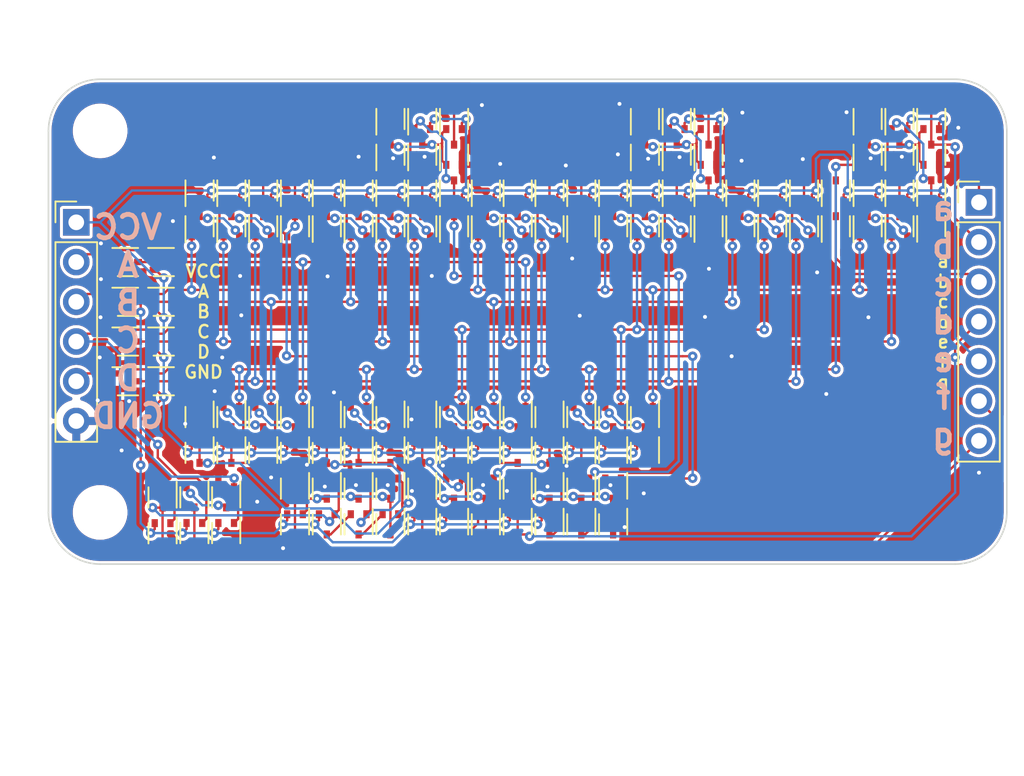
<source format=kicad_pcb>
(kicad_pcb (version 20221018) (generator pcbnew)
  (layers (0 "F.Cu" signal) (31 "B.Cu" signal) (34 "B.Paste" user) (35 "F.Paste" user) (36 "B.SilkS" user "B.Silkscreen") (37 "F.SilkS" user "F.Silkscreen") (38 "B.Mask" user) (39 "F.Mask" user) (44 "Edge.Cuts" user))
  (net 0 "")
  (net 1 "a")
  (net 2 "b")
  (net 3 "c")
  (net 4 "d")
  (net 5 "e")
  (net 6 "f")
  (net 7 "g")
  (net 8 "VCC")
  (net 9 "A")
  (net 10 "B")
  (net 11 "C")
  (net 12 "D")
  (net 13 "GND")
  (net 14 "!D")
  (net 15 "!C")
  (net 16 "!A")
  (net 17 "!B")
  (net 18 "inter")
  (net 19 "Net-(N1-Pad2)")
  (net 20 "Net-(N2-Pad2)")
  (net 21 "Net-(N3-Pad2)")
  (net 22 "Net-(P1-Pad3)")
  (net 23 "Net-(P2-Pad3)")
  (net 24 "a1")
  (net 25 "a2")
  (net 26 "b1")
  (net 27 "b2")
  (net 28 "dg1")
  (net 29 "gf1")
  (net 30 "f2")
  (net 31 "f3")
  (net 32 "e1")
  (net 33 "f1")
  (footprint "Package_TO_SOT_SMD:SOT-523" (layer "F.Cu") (at 74.676 41.91 90)
    (fp_text reference "P3" hide)
    (fp_text value "C5148641" hide)
  )
  (footprint "Package_TO_SOT_SMD:SOT-523" (layer "F.Cu") (at 36.068 65.532 -90)
    (fp_text reference "N1" hide)
    (fp_text value "C2879716" hide)
  )
  (footprint "Package_TO_SOT_SMD:SOT-523" (layer "F.Cu") (at 44.196 44.196 90)
    (fp_text reference "N3" hide)
    (fp_text value "C2879716" hide)
  )
  (footprint "Package_TO_SOT_SMD:SOT-523" (layer "F.Cu") (at 62.4844 48.768 90)
    (fp_text reference "N3" hide)
    (fp_text value "C2879716" hide)
  )
  (footprint "Package_TO_SOT_SMD:SOT-523" (layer "F.Cu") (at 25.5778 66.1008 -90)
    (fp_text reference "N3" hide)
    (fp_text value "C2879716" hide)
  )
  (footprint "Package_TO_SOT_SMD:SOT-523" (layer "F.Cu") (at 40.132 48.768 90)
    (fp_text reference "N2" hide)
    (fp_text value "C2879716" hide)
  )
  (footprint "Package_TO_SOT_SMD:SOT-523" (layer "F.Cu") (at 60.452 44.196 90)
    (fp_text reference "N3" hide)
    (fp_text value "C2879716" hide)
  )
  (footprint "Package_TO_SOT_SMD:SOT-523" (layer "F.Cu") (at 52.324 60.96 -90)
    (fp_text reference "N1" hide)
    (fp_text value "C2879716" hide)
  )
  (footprint "Package_TO_SOT_SMD:SOT-523" (layer "F.Cu") (at 56.388 46.482 90)
    (fp_text reference "P2" hide)
    (fp_text value "C5148641" hide)
  )
  (footprint "Package_TO_SOT_SMD:SOT-523" (layer "F.Cu") (at 23.368 58.674)
    (fp_text reference "N1" hide)
    (fp_text value "C2879716" hide)
  )
  (footprint "Package_TO_SOT_SMD:SOT-523" (layer "F.Cu") (at 32.004 46.482 90)
    (fp_text reference "P1" hide)
    (fp_text value "C5148641" hide)
  )
  (footprint "Package_TO_SOT_SMD:SOT-523" (layer "F.Cu") (at 48.26 48.768 90)
    (fp_text reference "N2" hide)
    (fp_text value "C2879716" hide)
  )
  (footprint "Package_TO_SOT_SMD:SOT-523" (layer "F.Cu") (at 25.654 51.054)
    (fp_text reference "P1" hide)
    (fp_text value "C5148641" hide)
  )
  (footprint "Package_TO_SOT_SMD:SOT-523" (layer "F.Cu") (at 29.6418 68.3768 -90)
    (fp_text reference "P2" hide)
    (fp_text value "C5148641" hide)
  )
  (footprint "Package_TO_SOT_SMD:SOT-523" (layer "F.Cu") (at 52.324 46.482 90)
    (fp_text reference "P4" hide)
    (fp_text value "C5148641" hide)
  )
  (footprint "Package_TO_SOT_SMD:SOT-523" (layer "F.Cu") (at 48.26 65.532 -90)
    (fp_text reference "N4" hide)
    (fp_text value "C2879716" hide)
  )
  (footprint "Package_TO_SOT_SMD:SOT-523" (layer "F.Cu") (at 36.068 60.97 -90)
    (fp_text reference "N3" hide)
    (fp_text value "C2879716" hide)
  )
  (footprint "Package_TO_SOT_SMD:SOT-523" (layer "F.Cu") (at 50.292 60.96 -90)
    (fp_text reference "N4" hide)
    (fp_text value "C2879716" hide)
  )
  (footprint "Package_TO_SOT_SMD:SOT-523" (layer "F.Cu") (at 70.612 46.482 90)
    (fp_text reference "P2" hide)
    (fp_text value "C5148641" hide)
  )
  (footprint "Package_TO_SOT_SMD:SOT-523" (layer "F.Cu") (at 44.196 65.532 -90)
    (fp_text reference "N1" hide)
    (fp_text value "C2879716" hide)
  )
  (footprint "Package_TO_SOT_SMD:SOT-523" (layer "F.Cu") (at 40.132 44.196 90)
    (fp_text reference "N2" hide)
    (fp_text value "C2879716" hide)
  )
  (footprint "Package_TO_SOT_SMD:SOT-523" (layer "F.Cu") (at 32.004 60.96 -90)
    (fp_text reference "N2" hide)
    (fp_text value "C2879716" hide)
  )
  (footprint "Package_TO_SOT_SMD:SOT-523" (layer "F.Cu") (at 66.5484 46.482 90)
    (fp_text reference "P1" hide)
    (fp_text value "C5148641" hide)
  )
  (footprint "Package_TO_SOT_SMD:SOT-523" (layer "F.Cu") (at 50.292 67.818 -90)
    (fp_text reference "P1" hide)
    (fp_text value "C5148641" hide)
  )
  (footprint "Package_TO_SOT_SMD:SOT-523" (layer "F.Cu") (at 44.196 60.96 -90)
    (fp_text reference "N1" hide)
    (fp_text value "C2879716" hide)
  )
  (footprint "Package_TO_SOT_SMD:SOT-523" (layer "F.Cu") (at 38.1 46.482 90)
    (fp_text reference "P3" hide)
    (fp_text value "C5148641" hide)
  )
  (footprint "Package_TO_SOT_SMD:SOT-523" (layer "F.Cu") (at 60.452 46.482 90)
    (fp_text reference "P4" hide)
    (fp_text value "C5148641" hide)
  )
  (footprint "Package_TO_SOT_SMD:SOT-523" (layer "F.Cu") (at 54.356 65.532 -90)
    (fp_text reference "N3" hide)
    (fp_text value "C2879716" hide)
  )
  (footprint "Package_TO_SOT_SMD:SOT-523" (layer "F.Cu") (at 54.3564 46.482 90)
    (fp_text reference "P3" hide)
    (fp_text value "C5148641" hide)
  )
  (footprint "Package_TO_SOT_SMD:SOT-523" (layer "F.Cu") (at 25.654 53.594)
    (fp_text reference "P1" hide)
    (fp_text value "C5148641" hide)
  )
  (footprint "Package_TO_SOT_SMD:SOT-523" (layer "F.Cu") (at 54.356 67.818 -90)
    (fp_text reference "P3" hide)
    (fp_text value "C5148641" hide)
  )
  (footprint "Package_TO_SOT_SMD:SOT-523" (layer "F.Cu") (at 40.132 46.482 90)
    (fp_text reference "P2" hide)
    (fp_text value "C5148641" hide)
  )
  (footprint "Package_TO_SOT_SMD:SOT-523" (layer "F.Cu") (at 44.196 63.246 -90)
    (fp_text reference "P1" hide)
    (fp_text value "C5148641" hide)
  )
  (footprint "Package_TO_SOT_SMD:SOT-523" (layer "F.Cu") (at 60.452 41.91 90)
    (fp_text reference "P3" hide)
    (fp_text value "C5148641" hide)
  )
  (footprint "Package_TO_SOT_SMD:SOT-523" (layer "F.Cu") (at 44.196 48.768 90)
    (fp_text reference "N5" hide)
    (fp_text value "C2879716" hide)
  )
  (footprint "Package_TO_SOT_SMD:SOT-523" (layer "F.Cu") (at 34.036 67.818 -90)
    (fp_text reference "P4" hide)
    (fp_text value "C5148641" hide)
  )
  (footprint "Package_TO_SOT_SMD:SOT-523" (layer "F.Cu") (at 29.972 60.96 -90)
    (fp_text reference "N1" hide)
    (fp_text value "C2879716" hide)
  )
  (footprint "Connector_PinHeader_2.54mm:PinHeader_1x06_P2.54mm_Vertical" (layer "F.Cu") (at 20.066 48.514)
    (fp_text reference "J1" hide)
    (fp_text value "Conn_01x06" hide)
  )
  (footprint "Package_TO_SOT_SMD:SOT-523" (layer "F.Cu") (at 72.644 48.768 90)
    (fp_text reference "N1" hide)
    (fp_text value "C2879716" hide)
  )
  (footprint "Package_TO_SOT_SMD:SOT-523" (layer "F.Cu") (at 74.676 44.196 90)
    (fp_text reference "N3" hide)
    (fp_text value "C2879716" hide)
  )
  (footprint "Package_TO_SOT_SMD:SOT-523" (layer "F.Cu") (at 25.654 58.674)
    (fp_text reference "P1" hide)
    (fp_text value "C5148641" hide)
  )
  (footprint "Package_TO_SOT_SMD:SOT-523" (layer "F.Cu") (at 40.132 67.818 -90)
    (fp_text reference "P3" hide)
    (fp_text value "C5148641" hide)
  )
  (footprint "Package_TO_SOT_SMD:SOT-523" (layer "F.Cu") (at 58.42 41.91 90)
    (fp_text reference "P1" hide)
    (fp_text value "C5148641" hide)
  )
  (footprint "Package_TO_SOT_SMD:SOT-523" (layer "F.Cu") (at 38.1 65.532 -90)
    (fp_text reference "N2" hide)
    (fp_text value "C2879716" hide)
  )
  (footprint "Package_TO_SOT_SMD:SOT-523" (layer "F.Cu") (at 34.036 48.768 90)
    (fp_text reference "N4" hide)
    (fp_text value "C2879716" hide)
  )
  (footprint "Package_TO_SOT_SMD:SOT-523" (layer "F.Cu") (at 74.676 46.472 90)
    (fp_text reference "P3" hide)
    (fp_text value "C5148641" hide)
  )
  (footprint "Package_TO_SOT_SMD:SOT-523" (layer "F.Cu") (at 29.972 48.768 90)
    (fp_text reference "N2" hide)
    (fp_text value "C2879716" hide)
  )
  (footprint "Package_TO_SOT_SMD:SOT-523" (layer "F.Cu") (at 52.324 65.532 -90)
    (fp_text reference "N2" hide)
    (fp_text value "C2879716" hide)
  )
  (footprint "Package_TO_SOT_SMD:SOT-523" (layer "F.Cu") (at 34.0356 63.246 -90)
    (fp_text reference "P3" hide)
    (fp_text value "C5148641" hide)
  )
  (footprint "Package_TO_SOT_SMD:SOT-523" (layer "F.Cu") (at 46.228 48.768 90)
    (fp_text reference "N3" hide)
    (fp_text value "C2879716" hide)
  )
  (footprint "Package_TO_SOT_SMD:SOT-523" (layer "F.Cu") (at 34.036 65.532 -90)
    (fp_text reference "N4" hide)
    (fp_text value "C2879716" hide)
  )
  (footprint "Package_TO_SOT_SMD:SOT-523" (layer "F.Cu") (at 29.972 46.482 90)
    (fp_text reference "P2" hide)
    (fp_text value "C5148641" hide)
  )
  (footprint "Package_TO_SOT_SMD:SOT-523" (layer "F.Cu") (at 54.356 60.96 -90)
    (fp_text reference "N2" hide)
    (fp_text value "C2879716" hide)
  )
  (footprint "Package_TO_SOT_SMD:SOT-523" (layer "F.Cu") (at 34.036 46.482 90)
    (fp_text reference "P4" hide)
    (fp_text value "C5148641" hide)
  )
  (footprint "Package_TO_SOT_SMD:SOT-523" (layer "F.Cu") (at 23.368 51.054)
    (fp_text reference "N1" hide)
    (fp_text value "C2879716" hide)
  )
  (footprint "Package_TO_SOT_SMD:SOT-523" (layer "F.Cu") (at 52.324 67.818 -90)
    (fp_text reference "P2" hide)
    (fp_text value "C5148641" hide)
  )
  (footprint "Package_TO_SOT_SMD:SOT-523" (layer "F.Cu") (at 72.644 44.196 90)
    (fp_text reference "N1" hide)
    (fp_text value "C2879716" hide)
  )
  (footprint "Package_TO_SOT_SMD:SOT-523" (layer "F.Cu") (at 52.324 63.246 -90)
    (fp_text reference "P1" hide)
    (fp_text value "C5148641" hide)
  )
  (footprint "Package_TO_SOT_SMD:SOT-523" (layer "F.Cu") (at 27.94 60.96 -90)
    (fp_text reference "N4" hide)
    (fp_text value "C2879716" hide)
  )
  (footprint "Package_TO_SOT_SMD:SOT-523" (layer "F.Cu") (at 42.164 44.196 90)
    (fp_text reference "N1" hide)
    (fp_text value "C2879716" hide)
  )
  (footprint "Package_TO_SOT_SMD:SOT-523" (layer "F.Cu") (at 46.228 65.532 -90)
    (fp_text reference "N2" hide)
    (fp_text value "C2879716" hide)
  )
  (footprint "Package_TO_SOT_SMD:SOT-523" (layer "F.Cu") (at 48.2596 63.246 -90)
    (fp_text reference "P3" hide)
    (fp_text value "C5148641" hide)
  )
  (footprint "Package_TO_SOT_SMD:SOT-523" (layer "F.Cu") (at 62.4848 46.482 90)
    (fp_text reference "P3" hide)
    (fp_text value "C5148641" hide)
  )
  (footprint "Package_TO_SOT_SMD:SOT-523" (layer "F.Cu") (at 40.132 63.246 -90)
    (fp_text reference "P2" hide)
    (fp_text value "C5148641" hide)
  )
  (footprint "Package_TO_SOT_SMD:SOT-523" (layer "F.Cu") (at 27.6098 66.0908 -90)
    (fp_text reference "N1" hide)
    (fp_text value "C2879716" hide)
  )
  (footprint "Package_TO_SOT_SMD:SOT-523" (layer "F.Cu") (at 44.196 41.91 90)
    (fp_text reference "P3" hide)
    (fp_text value "C5148641" hide)
  )
  (footprint "Package_TO_SOT_SMD:SOT-523" (layer "F.Cu") (at 32.004 48.768 90)
    (fp_text reference "N1" hide)
    (fp_text value "C2879716" hide)
  )
  (footprint "Package_TO_SOT_SMD:SOT-523" (layer "F.Cu") (at 56.388 48.768 90)
    (fp_text reference "N2" hide)
    (fp_text value "C2879716" hide)
  )
  (footprint "Package_TO_SOT_SMD:SOT-523" (layer "F.Cu") (at 50.292 48.768 90)
    (fp_text reference "N1" hide)
    (fp_text value "C2879716" hide)
  )
  (footprint "Package_TO_SOT_SMD:SOT-523" (layer "F.Cu") (at 64.5164 48.768 90)
    (fp_text reference "N2" hide)
    (fp_text value "C2879716" hide)
  )
  (footprint "Package_TO_SOT_SMD:SOT-523" (layer "F.Cu") (at 25.5778 68.3868 -90)
    (fp_text reference "P3" hide)
    (fp_text value "C5148641" hide)
  )
  (footprint "Package_TO_SOT_SMD:SOT-523" (layer "F.Cu") (at 29.6418 66.0908 -90)
    (fp_text reference "N2" hide)
    (fp_text value "C2879716" hide)
  )
  (footprint "Package_TO_SOT_SMD:SOT-523" (layer "F.Cu") (at 48.26 67.818 -90)
    (fp_text reference "P4" hide)
    (fp_text value "C5148641" hide)
  )
  (footprint "Package_TO_SOT_SMD:SOT-523" (layer "F.Cu") (at 58.42 44.196 90)
    (fp_text reference "N1" hide)
    (fp_text value "C2879716" hide)
  )
  (footprint "MountingHole:MountingHole_3mm" (layer "F.Cu") (at 21.59 42.672)
    (fp_text reference "REF**" hide)
    (fp_text value "MountingHole_3mm" hide)
  )
  (footprint "MountingHole:MountingHole_3mm" (layer "F.Cu") (at 21.59 67.056)
    (fp_text reference "REF**" hide)
    (fp_text value "MountingHole_3mm" hide)
  )
  (footprint "Package_TO_SOT_SMD:SOT-523" (layer "F.Cu") (at 34.036 60.96 -90)
    (fp_text reference "N3" hide)
    (fp_text value "C2879716" hide)
  )
  (footprint "Package_TO_SOT_SMD:SOT-523" (layer "F.Cu") (at 27.6098 68.3768 -90)
    (fp_text reference "P1" hide)
    (fp_text value "C5148641" hide)
  )
  (footprint "Package_TO_SOT_SMD:SOT-523" (layer "F.Cu") (at 32.004 63.246 -90)
    (fp_text reference "P2" hide)
    (fp_text value "C5148641" hide)
  )
  (footprint "Package_TO_SOT_SMD:SOT-523" (layer "F.Cu") (at 42.164 41.91 90)
    (fp_text reference "P1" hide)
    (fp_text value "C5148641" hide)
  )
  (footprint "Package_TO_SOT_SMD:SOT-523" (layer "F.Cu") (at 48.26 60.96 -90)
    (fp_text reference "N3" hide)
    (fp_text value "C2879716" hide)
  )
  (footprint "Package_TO_SOT_SMD:SOT-523" (layer "F.Cu") (at 70.612 48.768 90)
    (fp_text reference "N2" hide)
    (fp_text value "C2879716" hide)
  )
  (footprint "Package_TO_SOT_SMD:SOT-523" (layer "F.Cu") (at 38.1 63.246 -90)
    (fp_text reference "P1" hide)
    (fp_text value "C5148641" hide)
  )
  (footprint "Package_TO_SOT_SMD:SOT-523" (layer "F.Cu") (at 27.9404 46.482 90)
    (fp_text reference "P3" hide)
    (fp_text value "C5148641" hide)
  )
  (footprint "Package_TO_SOT_SMD:SOT-523" (layer "F.Cu") (at 36.068 48.768 90)
    (fp_text reference "N4" hide)
    (fp_text value "C2879716" hide)
  )
  (footprint "Package_TO_SOT_SMD:SOT-523" (layer "F.Cu") (at 23.368 53.594)
    (fp_text reference "N1" hide)
    (fp_text value "C2879716" hide)
  )
  (footprint "Package_TO_SOT_SMD:SOT-523" (layer "F.Cu") (at 50.292 46.482 90)
    (fp_text reference "P1" hide)
    (fp_text value "C5148641" hide)
  )
  (footprint "Package_TO_SOT_SMD:SOT-523" (layer "F.Cu") (at 56.388 60.96 -90)
    (fp_text reference "N3" hide)
    (fp_text value "C2879716" hide)
  )
  (footprint "Package_TO_SOT_SMD:SOT-523" (layer "F.Cu") (at 70.612 44.196 90)
    (fp_text reference "N2" hide)
    (fp_text value "C2879716" hide)
  )
  (footprint "Package_TO_SOT_SMD:SOT-523" (layer "F.Cu") (at 58.42 48.768 90)
    (fp_text reference "N1" hide)
    (fp_text value "C2879716" hide)
  )
  (footprint "Package_TO_SOT_SMD:SOT-523" (layer "F.Cu") (at 27.94 48.768 90)
    (fp_text reference "N3" hide)
    (fp_text value "C2879716" hide)
  )
  (footprint "Package_TO_SOT_SMD:SOT-523" (layer "F.Cu") (at 40.132 65.532 -90)
    (fp_text reference "N3" hide)
    (fp_text value "C2879716" hide)
  )
  (footprint "Package_TO_SOT_SMD:SOT-523" (layer "F.Cu") (at 68.5804 46.482 90)
    (fp_text reference "P4" hide)
    (fp_text value "C5148641" hide)
  )
  (footprint "Package_TO_SOT_SMD:SOT-523" (layer "F.Cu") (at 42.164 67.818 -90)
    (fp_text reference "P3" hide)
    (fp_text value "C5148641" hide)
  )
  (footprint "Package_TO_SOT_SMD:SOT-523" (layer "F.Cu") (at 58.42 46.482 90)
    (fp_text reference "P1" hide)
    (fp_text value "C5148641" hide)
  )
  (footprint "Package_TO_SOT_SMD:SOT-523" (layer "F.Cu") (at 54.356 63.246 -90)
    (fp_text reference "P2" hide)
    (fp_text value "C5148641" hide)
  )
  (footprint "Package_TO_SOT_SMD:SOT-523" (layer "F.Cu") (at 42.164 48.768 90)
    (fp_text reference "N1" hide)
    (fp_text value "C2879716" hide)
  )
  (footprint "Package_TO_SOT_SMD:SOT-523" (layer "F.Cu") (at 54.356 48.768 90)
    (fp_text reference "N3" hide)
    (fp_text value "C2879716" hide)
  )
  (footprint "Package_TO_SOT_SMD:SOT-523" (layer "F.Cu") (at 36.068 67.818 -90)
    (fp_text reference "P1" hide)
    (fp_text value "C5148641" hide)
  )
  (footprint "Connector_PinHeader_2.54mm:PinHeader_1x07_P2.54mm_Vertical" (layer "F.Cu") (at 77.724 47.239)
    (fp_text reference "J2" hide)
    (fp_text value "Conn_01x07" hide)
  )
  (footprint "Package_TO_SOT_SMD:SOT-523" (layer "F.Cu") (at 36.068 46.482 90)
    (fp_text reference "P4" hide)
    (fp_text value "C5148641" hide)
  )
  (footprint "Package_TO_SOT_SMD:SOT-523" (layer "F.Cu") (at 52.324 48.768 90)
    (fp_text reference "N4" hide)
    (fp_text value "C2879716" hide)
  )
  (footprint "Package_TO_SOT_SMD:SOT-523" (layer "F.Cu") (at 46.228 60.96 -90)
    (fp_text reference "N2" hide)
    (fp_text value "C2879716" hide)
  )
  (footprint "Package_TO_SOT_SMD:SOT-523" (layer "F.Cu") (at 42.164 60.96 -90)
    (fp_text reference "N4" hide)
    (fp_text value "C2879716" hide)
  )
  (footprint "Package_TO_SOT_SMD:SOT-523" (layer "F.Cu") (at 56.3876 63.246 -90)
    (fp_text reference "P3" hide)
    (fp_text value "C5148641" hide)
  )
  (footprint "Package_TO_SOT_SMD:SOT-523" (layer "F.Cu") (at 64.5164 46.482 90)
    (fp_text reference "P2" hide)
    (fp_text value "C5148641" hide)
  )
  (footprint "Package_TO_SOT_SMD:SOT-523" (layer "F.Cu") (at 38.1 67.818 -90)
    (fp_text reference "P2" hide)
    (fp_text value "C5148641" hide)
  )
  (footprint "Package_TO_SOT_SMD:SOT-523" (layer "F.Cu") (at 56.388 41.91 90)
    (fp_text reference "P2" hide)
    (fp_text value "C5148641" hide)
  )
  (footprint "Package_TO_SOT_SMD:SOT-523" (layer "F.Cu") (at 27.94 63.246 -90)
    (fp_text reference "P4" hide)
    (fp_text value "C5148641" hide)
  )
  (footprint "Package_TO_SOT_SMD:SOT-523" (layer "F.Cu") (at 46.228 67.818 -90)
    (fp_text reference "P2" hide)
    (fp_text value "C5148641" hide)
  )
  (footprint "Package_TO_SOT_SMD:SOT-523" (layer "F.Cu") (at 36.068 63.256 -90)
    (fp_text reference "P3" hide)
    (fp_text value "C5148641" hide)
  )
  (footprint "Package_TO_SOT_SMD:SOT-523" (layer "F.Cu") (at 42.164 46.482 90)
    (fp_text reference "P1" hide)
    (fp_text value "C5148641" hide)
  )
  (footprint "Package_TO_SOT_SMD:SOT-523" (layer "F.Cu") (at 40.132 60.96 -90)
    (fp_text reference "N2" hide)
    (fp_text value "C2879716" hide)
  )
  (footprint "Package_TO_SOT_SMD:SOT-523" (layer "F.Cu") (at 56.388 44.196 90)
    (fp_text reference "N2" hide)
    (fp_text value "C2879716" hide)
  )
  (footprint "Package_TO_SOT_SMD:SOT-523" (layer "F.Cu") (at 38.1 60.96 -90)
    (fp_text reference "N1" hide)
    (fp_text value "C2879716" hide)
  )
  (footprint "Package_TO_SOT_SMD:SOT-523" (layer "F.Cu") (at 46.228 63.246 -90)
    (fp_text reference "P2" hide)
    (fp_text value "C5148641" hide)
  )
  (footprint "Package_TO_SOT_SMD:SOT-523" (layer "F.Cu") (at 74.676 48.758 90)
    (fp_text reference "N3" hide)
    (fp_text value "C2879716" hide)
  )
  (footprint "Package_TO_SOT_SMD:SOT-523" (layer "F.Cu") (at 68.5804 48.768 90)
    (fp_text reference "N4" hide)
    (fp_text value "C2879716" hide)
  )
  (footprint "Package_TO_SOT_SMD:SOT-523" (layer "F.Cu") (at 40.132 41.91 90)
    (fp_text reference "P2" hide)
    (fp_text value "C5148641" hide)
  )
  (footprint "Package_TO_SOT_SMD:SOT-523" (layer "F.Cu") (at 72.644 46.482 90)
    (fp_text reference "P1" hide)
    (fp_text value "C5148641" hide)
  )
  (footprint "Package_TO_SOT_SMD:SOT-523" (layer "F.Cu") (at 60.452 48.768 90)
    (fp_text reference "N4" hide)
    (fp_text value "C2879716" hide)
  )
  (footprint "Package_TO_SOT_SMD:SOT-523" (layer "F.Cu") (at 29.972 63.246 -90)
    (fp_text reference "P1" hide)
    (fp_text value "C5148641" hide)
  )
  (footprint "Package_TO_SOT_SMD:SOT-523" (layer "F.Cu") (at 70.612 41.91 90)
    (fp_text reference "P2" hide)
    (fp_text value "C5148641" hide)
  )
  (footprint "Package_TO_SOT_SMD:SOT-523" (layer "F.Cu") (at 44.196 67.818 -90)
    (fp_text reference "P1" hide)
    (fp_text value "C5148641" hide)
  )
  (footprint "Package_TO_SOT_SMD:SOT-523" (layer "F.Cu") (at 44.196 46.482 90)
    (fp_text reference "P5" hide)
    (fp_text value "C5148641" hide)
  )
  (footprint "Package_TO_SOT_SMD:SOT-523" (layer "F.Cu") (at 66.5484 48.768 90)
    (fp_text reference "N1" hide)
    (fp_text value "C2879716" hide)
  )
  (footprint "Package_TO_SOT_SMD:SOT-523" (layer "F.Cu") (at 50.292 63.246 -90)
    (fp_text reference "P4" hide)
    (fp_text value "C5148641" hide)
  )
  (footprint "Package_TO_SOT_SMD:SOT-523" (layer "F.Cu") (at 48.26 46.482 90)
    (fp_text reference "P2" hide)
    (fp_text value "C5148641" hide)
  )
  (footprint "Package_TO_SOT_SMD:SOT-523" (layer "F.Cu") (at 42.164 63.246 -90)
    (fp_text reference "P4" hide)
    (fp_text value "C5148641" hide)
  )
  (footprint "Package_TO_SOT_SMD:SOT-523" (layer "F.Cu") (at 38.1 48.768 90)
    (fp_text reference "N3" hide)
    (fp_text value "C2879716" hide)
  )
  (footprint "Package_TO_SOT_SMD:SOT-523" (layer "F.Cu") (at 50.292 65.532 -90)
    (fp_text reference "N1" hide)
    (fp_text value "C2879716" hide)
  )
  (footprint "Package_TO_SOT_SMD:SOT-523" (layer "F.Cu") (at 23.368 56.134)
    (fp_text reference "N1" hide)
    (fp_text value "C2879716" hide)
  )
  (footprint "Package_TO_SOT_SMD:SOT-523" (layer "F.Cu") (at 25.654 56.134)
    (fp_text reference "P1" hide)
    (fp_text value "C5148641" hide)
  )
  (footprint "Package_TO_SOT_SMD:SOT-523" (layer "F.Cu") (at 72.644 41.91 90)
    (fp_text reference "P1" hide)
    (fp_text value "C5148641" hide)
  )
  (footprint "Package_TO_SOT_SMD:SOT-523" (layer "F.Cu") (at 46.2284 46.482 90)
    (fp_text reference "P3" hide)
    (fp_text value "C5148641" hide)
  )
  (footprint "Package_TO_SOT_SMD:SOT-523" (layer "F.Cu") (at 42.164 65.532 -90)
    (fp_text reference "N3" hide)
    (fp_text value "C2879716" hide)
  )
  (gr_line (start 18.288 42.672) (end 18.288 67.056) (stroke (width 0.1)) (layer "Edge.Cuts"))
  (gr_arc (start 79.502 67.056) (mid 78.534867 69.390867) (end 76.2 70.358) (stroke (width 0.1)) (layer "Edge.Cuts"))
  (gr_arc (start 76.2 39.37) (mid 78.534867 40.337133) (end 79.502 42.672) (stroke (width 0.1)) (layer "Edge.Cuts"))
  (gr_line (start 76.2 39.37) (end 21.59 39.37) (stroke (width 0.1)) (layer "Edge.Cuts"))
  (gr_line (start 79.502 67.056) (end 79.502 42.672) (stroke (width 0.1)) (layer "Edge.Cuts"))
  (gr_line (start 21.59 70.358) (end 76.2 70.358) (stroke (width 0.1)) (layer "Edge.Cuts"))
  (gr_arc (start 18.288 42.672) (mid 19.255133 40.337133) (end 21.59 39.37) (stroke (width 0.1)) (layer "Edge.Cuts"))
  (gr_arc (start 21.59 70.358) (mid 19.255133 69.390867) (end 18.288 67.056) (stroke (width 0.1)) (layer "Edge.Cuts"))
  (gr_text "a\nb\nc\nd\ne\nf\ng" (at 75.438 54.864) (layer "B.SilkS") (effects (font (size 1.5 1.5) (thickness 0.3)) (justify mirror)))
  (gr_text "VCC\nA\nB\nC\nD\nGND" (at 23.368 54.864) (layer "B.SilkS") (effects (font (size 1.5 1.5) (thickness 0.3)) (justify mirror)))
  (gr_text "a\nb\nc\nd\ne\nf\ng" (at 75.438 54.864) (layer "F.SilkS") (effects (font (size 0.8 0.8))))
  (gr_text "VCC\nA\nB\nC\nD\nGND" (at 28.194 54.864) (layer "F.SilkS") (effects (font (size 0.8 0.8))))
  (segment (start 77.724 41.148) (end 76.612 40.036) (width 0.15) (layer "F.Cu") (net 1))
  (segment (start 77.724 47.239) (end 77.724 41.148) (width 0.15) (layer "F.Cu") (net 1))
  (segment (start 45.425 40.036) (end 44.196 41.265) (width 0.15) (layer "F.Cu") (net 1))
  (segment (start 76.612 40.036) (end 45.425 40.036) (width 0.15) (layer "F.Cu") (net 1))
  (segment (start 44.196 43.551) (end 44.196 41.265) (width 0.15) (layer "F.Cu") (net 1))
  (segment (start 60.452 41.265) (end 61.331 40.386) (width 0.15) (layer "F.Cu") (net 2))
  (segment (start 60.452 43.551) (end 60.452 41.265) (width 0.15) (layer "F.Cu") (net 2))
  (segment (start 76.2 48.26) (end 76.205 48.26) (width 0.15) (layer "F.Cu") (net 2))
  (segment (start 61.331 40.386) (end 75.692 40.386) (width 0.15) (layer "F.Cu") (net 2))
  (segment (start 77.2668 41.9608) (end 77.2668 45.3136) (width 0.15) (layer "F.Cu") (net 2))
  (segment (start 77.2668 45.3136) (end 76.2 46.3804) (width 0.15) (layer "F.Cu") (net 2))
  (segment (start 75.692 40.386) (end 77.2668 41.9608) (width 0.15) (layer "F.Cu") (net 2))
  (segment (start 76.205 48.26) (end 77.724 49.779) (width 0.15) (layer "F.Cu") (net 2))
  (segment (start 76.2 46.3804) (end 76.2 48.26) (width 0.15) (layer "F.Cu") (net 2))
  (segment (start 68.5804 45.837) (end 68.5804 48.123) (width 0.15) (layer "F.Cu") (net 3))
  (segment (start 69.596 51.816) (end 77.221 51.816) (width 0.15) (layer "F.Cu") (net 3))
  (segment (start 77.221 51.816) (end 77.724 52.319) (width 0.15) (layer "F.Cu") (net 3))
  (segment (start 68.5804 48.123) (end 68.5804 50.8004) (width 0.15) (layer "F.Cu") (net 3))
  (segment (start 68.5804 50.8004) (end 69.596 51.816) (width 0.15) (layer "F.Cu") (net 3))
  (segment (start 48.26 68.463) (end 48.905 68.463) (width 0.15) (layer "F.Cu") (net 4))
  (segment (start 48.26 66.177) (end 48.26 68.463) (width 0.15) (layer "F.Cu") (net 4))
  (segment (start 77.724 54.859) (end 76.2 56.383) (width 0.15) (layer "F.Cu") (net 4))
  (segment (start 48.905 68.463) (end 49.022 68.58) (width 0.15) (layer "F.Cu") (net 4))
  (segment (start 76.2 56.383) (end 76.2 57.15) (width 0.15) (layer "F.Cu") (net 4))
  (via (at 76.2 57.15) (size 0.6) (drill 0.25) (layers "F.Cu" "B.Cu") (net 4))
  (via (at 49.022 68.58) (size 0.6) (drill 0.25) (layers "F.Cu" "B.Cu") (net 4))
  (segment (start 76.2 65.786) (end 73.406 68.58) (width 0.15) (layer "B.Cu") (net 4))
  (segment (start 73.406 68.58) (end 49.022 68.58) (width 0.15) (layer "B.Cu") (net 4))
  (segment (start 76.2 57.15) (end 76.2 65.786) (width 0.15) (layer "B.Cu") (net 4))
  (segment (start 74.676 43.551) (end 76.063 43.551) (width 0.15) (layer "F.Cu") (net 5))
  (segment (start 74.676 43.551) (end 74.676 41.265) (width 0.15) (layer "F.Cu") (net 5))
  (segment (start 76.063 43.551) (end 76.2 43.688) (width 0.15) (layer "F.Cu") (net 5))
  (via (at 76.2 43.688) (size 0.6) (drill 0.25) (layers "F.Cu" "B.Cu") (net 5))
  (segment (start 76.2 55.875) (end 76.2 43.688) (width 0.15) (layer "B.Cu") (net 5))
  (segment (start 77.724 57.399) (end 76.2 55.875) (width 0.15) (layer "B.Cu") (net 5))
  (segment (start 34.036 66.177) (end 34.036 68.463) (width 0.15) (layer "F.Cu") (net 6))
  (segment (start 35.052 69.596) (end 74.168 69.596) (width 0.15) (layer "F.Cu") (net 6))
  (segment (start 78.994 64.77) (end 78.994 61.209) (width 0.15) (layer "F.Cu") (net 6))
  (segment (start 74.168 69.596) (end 78.994 64.77) (width 0.15) (layer "F.Cu") (net 6))
  (segment (start 34.036 68.58) (end 35.052 69.596) (width 0.15) (layer "F.Cu") (net 6))
  (segment (start 34.036 68.463) (end 34.036 68.58) (width 0.15) (layer "F.Cu") (net 6))
  (segment (start 78.994 61.209) (end 77.724 59.939) (width 0.15) (layer "F.Cu") (net 6))
  (segment (start 42.947 69.246) (end 70.957 69.246) (width 0.15) (layer "F.Cu") (net 7))
  (segment (start 42.164 68.463) (end 42.947 69.246) (width 0.15) (layer "F.Cu") (net 7))
  (segment (start 42.164 66.177) (end 42.164 68.463) (width 0.15) (layer "F.Cu") (net 7))
  (segment (start 70.957 69.246) (end 77.724 62.479) (width 0.15) (layer "F.Cu") (net 7))
  (segment (start 43.696 62.601) (end 43.696 62.984) (width 0.15) (layer "F.Cu") (net 8))
  (segment (start 69.0804 47.127) (end 69.0804 46.744) (width 0.15) (layer "F.Cu") (net 8))
  (segment (start 35.568 62.984) (end 35.306 63.246) (width 0.15) (layer "F.Cu") (net 8))
  (segment (start 47.76 67.173) (end 47.76 67.556) (width 0.15) (layer "F.Cu") (net 8))
  (segment (start 45.728 62.601) (end 45.728 62.984) (width 0.15) (layer "F.Cu") (net 8))
  (segment (start 65.0164 47.127) (end 65.0164 46.744) (width 0.15) (layer "F.Cu") (net 8))
  (segment (start 60.952 47.127) (end 60.952 46.744) (width 0.15) (layer "F.Cu") (net 8))
  (segment (start 45.728 62.984) (end 45.466 63.246) (width 0.15) (layer "F.Cu") (net 8))
  (segment (start 25.138 51.554) (end 25.654 52.07) (width 0.15) (layer "F.Cu") (net 8))
  (segment (start 58.92 42.172) (end 59.182 41.91) (width 0.15) (layer "F.Cu") (net 8))
  (segment (start 73.144 46.744) (end 73.406 46.482) (width 0.15) (layer "F.Cu") (net 8))
  (segment (start 50.792 46.744) (end 51.054 46.482) (width 0.15) (layer "F.Cu") (net 8))
  (segment (start 54.8564 47.127) (end 54.8564 46.7436) (width 0.15) (layer "F.Cu") (net 8))
  (segment (start 67.0484 46.744) (end 67.3104 46.482) (width 0.15) (layer "F.Cu") (net 8))
  (segment (start 25.0778 67.7418) (end 25.0778 68.1148) (width 0.15) (layer "F.Cu") (net 8))
  (segment (start 43.696 67.173) (end 43.696 67.556) (width 0.15) (layer "F.Cu") (net 8))
  (segment (start 35.568 67.556) (end 35.306 67.818) (width 0.15) (layer "F.Cu") (net 8))
  (segment (start 40.632 46.744) (end 40.894 46.482) (width 0.15) (layer "F.Cu") (net 8))
  (segment (start 47.76 67.556) (end 47.498 67.818) (width 0.15) (layer "F.Cu") (net 8))
  (segment (start 52.824 47.127) (end 52.824 46.744) (width 0.15) (layer "F.Cu") (net 8))
  (segment (start 44.696 42.555) (end 44.696 42.172) (width 0.15) (layer "F.Cu") (net 8))
  (segment (start 51.824 62.601) (end 51.824 62.984) (width 0.15) (layer "F.Cu") (net 8))
  (segment (start 58.92 42.555) (end 58.92 42.172) (width 0.15) (layer "F.Cu") (net 8))
  (segment (start 36.568 47.127) (end 36.568 46.744) (width 0.15) (layer "F.Cu") (net 8))
  (segment (start 29.1418 68.1148) (end 28.8798 68.3768) (width 0.15) (layer "F.Cu") (net 8))
  (segment (start 55.8876 62.601) (end 55.8876 62.9844) (width 0.15) (layer "F.Cu") (net 8))
  (segment (start 73.144 42.172) (end 73.406 41.91) (width 0.15) (layer "F.Cu") (net 8))
  (segment (start 56.888 46.744) (end 57.15 46.482) (width 0.15) (layer "F.Cu") (net 8))
  (segment (start 60.952 42.555) (end 60.952 42.172) (width 0.15) (layer "F.Cu") (net 8))
  (segment (start 30.472 47.127) (end 30.472 46.744) (width 0.15) (layer "F.Cu") (net 8))
  (segment (start 30.472 46.744) (end 30.734 46.482) (width 0.15) (layer "F.Cu") (net 8))
  (segment (start 75.176 46.744) (end 75.438 46.482) (width 0.15) (layer "F.Cu") (net 8))
  (segment (start 62.9848 47.127) (end 62.9848 46.7436) (width 0.15) (layer "F.Cu") (net 8))
  (segment (start 35.568 62.611) (end 35.568 62.984) (width 0.15) (layer "F.Cu") (net 8))
  (segment (start 27.44 62.984) (end 27.178 63.246) (width 0.15) (layer "F.Cu") (net 8))
  (segment (start 46.7284 46.7436) (end 46.99 46.482) (width 0.15) (layer "F.Cu") (net 8))
  (segment (start 34.536 46.744) (end 34.798 46.482) (width 0.15) (layer "F.Cu") (net 8))
  (segment (start 33.536 67.173) (end 33.536 67.556) (width 0.15) (layer "F.Cu") (net 8))
  (segment (start 58.92 47.127) (end 58.92 46.744) (width 0.15) (layer "F.Cu") (net 8))
  (segment (start 25.138 54.094) (end 25.654 54.61) (width 0.15) (layer "F.Cu") (net 8))
  (segment (start 48.76 47.127) (end 48.76 46.744) (width 0.15) (layer "F.Cu") (net 8))
  (segment (start 29.1418 67.7318) (end 29.1418 68.1148) (width 0.15) (layer "F.Cu") (net 8))
  (segment (start 60.952 42.172) (end 61.214 41.91) (width 0.15) (layer "F.Cu") (net 8))
  (segment (start 52.824 46.744) (end 53.086 46.482) (width 0.15) (layer "F.Cu") (net 8))
  (segment (start 38.6 47.127) (end 38.6 46.744) (width 0.15) (layer "F.Cu") (net 8))
  (segment (start 60.952 46.744) (end 61.214 46.482) (width 0.15) (layer "F.Cu") (net 8))
  (segment (start 25.009 56.634) (end 25.138 56.634) (width 0.15) (layer "F.Cu") (net 8))
  (segment (start 29.472 62.984) (end 29.21 63.246) (width 0.15) (layer "F.Cu") (net 8))
  (segment (start 42.664 47.127) (end 42.664 46.744) (width 0.15) (layer "F.Cu") (net 8))
  (segment (start 43.696 62.984) (end 43.434 63.246) (width 0.15) (layer "F.Cu") (net 8))
  (segment (start 53.856 62.601) (end 53.856 62.984) (width 0.15) (layer "F.Cu") (net 8))
  (segment (start 42.664 42.172) (end 42.926 41.91) (width 0.15) (layer "F.Cu") (net 8))
  (segment (start 58.92 46.744) (end 59.182 46.482) (width 0.15) (layer "F.Cu") (net 8))
  (segment (start 75.176 42.555) (end 75.176 42.172) (width 0.15) (layer "F.Cu") (net 8))
  (segment (start 71.112 47.127) (end 71.112 46.744) (width 0.15) (layer "F.Cu") (net 8))
  (segment (start 33.5356 62.601) (end 33.5356 62.9844) (width 0.15) (layer "F.Cu") (net 8))
  (segment (start 73.144 42.555) (end 73.144 42.172) (width 0.15) (layer "F.Cu") (net 8))
  (segment (start 25.138 56.634) (end 25.654 57.15) (width 0.15) (layer "F.Cu") (net 8))
  (segment (start 27.44 62.601) (end 27.44 62.984) (width 0.15) (layer "F.Cu") (net 8))
  (segment (start 27.1098 68.1148) (end 26.8478 68.3768) (width 0.15) (layer "F.Cu") (net 8))
  (segment (start 55.8876 62.9844) (end 55.626 63.246) (width 0.15) (layer "F.Cu") (net 8))
  (segment (start 37.6 62.601) (end 37.6 62.984) (width 0.15) (layer "F.Cu") (net 8))
  (segment (start 67.0484 47.127) (end 67.0484 46.744) (width 0.15) (layer "F.Cu") (net 8))
  (segment (start 39.632 62.984) (end 39.37 63.246) (width 0.15) (layer "F.Cu") (net 8))
  (segment (start 42.664 42.555) (end 42.664 42.172) (width 0.15) (layer "F.Cu") (net 8))
  (segment (start 33.5356 62.9844) (end 33.274 63.246) (width 0.15) (layer "F.Cu") (net 8))
  (segment (start 39.632 62.601) (end 39.632 62.984) (width 0.15) (layer "F.Cu") (net 8))
  (segment (start 29.472 62.601) (end 29.472 62.984) (width 0.15) (layer "F.Cu") (net 8))
  (segment (start 41.664 62.984) (end 41.402 63.246) (width 0.15) (layer "F.Cu") (net 8))
  (segment (start 27.1098 67.7318) (end 27.1098 68.1148) (width 0.15) (layer "F.Cu") (net 8))
  (segment (start 69.0804 46.744) (end 69.3424 46.482) (width 0.15) (layer "F.Cu") (net 8))
  (segment (start 24.1808 61.1632) (end 25.654 59.69) (width 0.15) (layer "F.Cu") (net 8))
  (segment (start 49.792 67.173) (end 49.792 67.556) (width 0.15) (layer "F.Cu") (net 8))
  (segment (start 75.176 47.117) (end 75.176 46.744) (width 0.15) (layer "F.Cu") (net 8))
  (segment (start 41.664 62.601) (end 41.664 62.984) (width 0.15) (layer "F.Cu") (net 8))
  (segment (start 46.7284 47.127) (end 46.7284 46.7436) (width 0.15) (layer "F.Cu") (net 8))
  (segment (start 25.009 59.174) (end 25.138 59.174) (width 0.15) (layer "F.Cu") (net 8))
  (segment (start 47.7596 62.601) (end 47.7596 62.9844) (width 0.15) (layer "F.Cu") (net 8))
  (segment (start 41.664 67.173) (end 41.664 67.556) (width 0.15) (layer "F.Cu") (net 8))
  (segment (start 35.568 67.173) (end 35.568 67.556) (width 0.15) (layer "F.Cu") (net 8))
  (segment (start 25.138 59.174) (end 25.654 59.69) (width 0.15) (layer "F.Cu") (net 8))
  (segment (start 44.696 47.127) (end 44.696 46.744) (width 0.15) (layer "F.Cu") (net 8))
  (segment (start 62.9848 46.7436) (end 63.2464 46.482) (width 0.15) (layer "F.Cu") (net 8))
  (segment (start 25.0778 68.1148) (end 24.8158 68.3768) (width 0.15) (layer "F.Cu") (net 8))
  (segment (start 73.144 47.127) (end 73.144 46.744) (width 0.15) (layer "F.Cu") (net 8))
  (segment (start 40.632 47.127) (end 40.632 46.744) (width 0.15) (layer "F.Cu") (net 8))
  (segment (start 38.6 46.744) (end 38.862 46.482) (width 0.15) (layer "F.Cu") (net 8))
  (segment (start 32.504 47.127) (end 32.504 46.744) (width 0.15) (layer "F.Cu") (net 8))
  (segment (start 49.792 67.556) (end 49.53 67.818) (width 0.15) (layer "F.Cu") (net 8))
  (segment (start 49.792 62.601) (end 49.792 62.984) (width 0.15) (layer "F.Cu") (net 8))
  (segment (start 42.664 46.744) (end 42.926 46.482) (width 0.15) (layer "F.Cu") (net 8))
  (segment (start 34.536 47.127) (end 34.536 46.744) (width 0.15) (layer "F.Cu") (net 8))
  (segment (start 65.0164 46.744) (end 65.2784 46.482) (width 0.15) (layer "F.Cu") (net 8))
  (segment (start 25.009 54.094) (end 25.138 54.094) (width 0.15) (layer "F.Cu") (net 8))
  (segment (start 51.824 62.984) (end 51.562 63.246) (width 0.15) (layer "F.Cu") (net 8))
  (segment (start 41.664 67.556) (end 41.402 67.818) (width 0.15) (layer "F.Cu") (net 8))
  (segment (start 33.536 67.556) (end 33.274 67.818) (width 0.15) (layer "F.Cu") (net 8))
  (segment (start 43.696 67.556) (end 43.434 67.818) (width 0.15) (layer "F.Cu") (net 8))
  (segment (start 25.009 51.554) (end 25.138 51.554) (width 0.15) (layer "F.Cu") (net 8))
  (segment (start 36.568 46.744) (end 36.83 46.482) (width 0.15) (layer "F.Cu") (net 8))
  (segment (start 32.504 46.744) (end 32.766 46.482) (width 0.15) (layer "F.Cu") (net 8))
  (segment (start 71.112 46.744) (end 71.374 46.482) (width 0.15) (layer "F.Cu") (net 8))
  (segment (start 49.792 62.984) (end 49.53 63.246) (width 0.15) (layer "F.Cu") (net 8))
  (segment (start 37.6 62.984) (end 37.338 63.246) (width 0.15) (layer "F.Cu") (net 8))
  (segment (start 31.504 62.984) (end 31.242 63.246) (width 0.15) (layer "F.Cu") (net 8))
  (segment (start 24.1808 64.0334) (end 24.1808 61.1632) (width 0.15) (layer "F.Cu") (net 8))
  (segment (start 75.176 42.172) (end 75.438 41.91) (width 0.15) (layer "F.Cu") (net 8))
  (segment (start 31.504 62.601) (end 31.504 62.984) (width 0.15) (layer "F.Cu") (net 8))
  (segment (start 53.856 62.984) (end 53.594 63.246) (width 0.15) (layer "F.Cu") (net 8))
  (segment (start 28.4404 46.7436) (end 28.702 46.482) (width 0.15) (layer "F.Cu") (net 8))
  (segment (start 54.8564 46.7436) (end 55.118 46.482) (width 0.15) (layer "F.Cu") (net 8))
  (segment (start 44.696 42.172) (end 44.958 41.91) (width 0.15) (layer "F.Cu") (net 8))
  (segment (start 44.696 46.744) (end 44.958 46.482) (width 0.15) (layer "F.Cu") (net 8))
  (segment (start 28.4404 47.127) (end 28.4404 46.7436) (width 0.15) (layer "F.Cu") (net 8))
  (segment (start 56.888 47.127) (end 56.888 46.744) (width 0.15) (layer "F.Cu") (net 8))
  (segment (start 47.7596 62.9844) (end 47.498 63.246) (width 0.15) (layer "F.Cu") (net 8))
  (segment (start 50.792 47.127) (end 50.792 46.744) (width 0.15) (layer "F.Cu") (net 8))
  (segment (start 48.76 46.744) (end 49.022 46.482) (width 0.15) (layer "F.Cu") (net 8))
  (via (at 47.498 67.818) (size 0.6) (drill 0.25) (layers "F.Cu" "B.Cu") (net 8))
  (via (at 43.434 67.818) (size 0.6) (drill 0.25) (layers "F.Cu" "B.Cu") (net 8))
  (via (at 32.766 46.482) (size 0.6) (drill 0.25) (layers "F.Cu" "B.Cu") (net 8))
  (via (at 31.242 63.246) (size 0.6) (drill 0.25) (layers "F.Cu" "B.Cu") (net 8))
  (via (at 24.1808 64.0334) (size 0.6) (drill 0.25) (layers "F.Cu" "B.Cu") (net 8))
  (via (at 69.3424 46.482) (size 0.6) (drill 0.25) (layers "F.Cu" "B.Cu") (net 8))
  (via (at 43.434 63.246) (size 0.6) (drill 0.25) (layers "F.Cu" "B.Cu") (net 8))
  (via (at 59.182 41.91) (size 0.6) (drill 0.25) (layers "F.Cu" "B.Cu") (net 8))
  (via (at 25.654 54.61) (size 0.6) (drill 0.25) (layers "F.Cu" "B.Cu") (net 8))
  (via (at 33.274 63.246) (size 0.6) (drill 0.25) (layers "F.Cu" "B.Cu") (net 8))
  (via (at 49.53 63.246) (size 0.6) (drill 0.25) (layers "F.Cu" "B.Cu") (net 8))
  (via (at 25.654 52.07) (size 0.6) (drill 0.25) (layers "F.Cu" "B.Cu") (net 8))
  (via (at 29.21 63.246) (size 0.6) (drill 0.25) (layers "F.Cu" "B.Cu") (net 8))
  (via (at 42.926 46.482) (size 0.6) (drill 0.25) (layers "F.Cu" "B.Cu") (net 8))
  (via (at 71.374 46.482) (size 0.6) (drill 0.25) (layers "F.Cu" "B.Cu") (net 8))
  (via (at 51.562 63.246) (size 0.6) (drill 0.25) (layers "F.Cu" "B.Cu") (net 8))
  (via (at 35.306 63.246) (size 0.6) (drill 0.25) (layers "F.Cu" "B.Cu") (net 8))
  (via (at 73.406 41.91) (size 0.6) (drill 0.25) (layers "F.Cu" "B.Cu") (net 8))
  (via (at 25.654 59.69) (size 0.6) (drill 0.25) (layers "F.Cu" "B.Cu") (net 8))
  (via (at 34.798 46.482) (size 0.6) (drill 0.25) (layers "F.Cu" "B.Cu") (net 8))
  (via (at 53.594 63.246) (size 0.6) (drill 0.25) (layers "F.Cu" "B.Cu") (net 8))
  (via (at 24.8158 68.3768) (size 0.6) (drill 0.25) (layers "F.Cu" "B.Cu") (net 8))
  (via (at 45.466 63.246) (size 0.6) (drill 0.25) (layers "F.Cu" "B.Cu") (net 8))
  (via (at 38.862 46.482) (size 0.6) (drill 0.25) (layers "F.Cu" "B.Cu") (net 8))
  (via (at 37.338 63.246) (size 0.6) (drill 0.25) (layers "F.Cu" "B.Cu") (net 8))
  (via (at 28.702 46.482) (size 0.6) (drill 0.25) (layers "F.Cu" "B.Cu") (net 8))
  (via (at 73.406 46.482) (size 0.6) (drill 0.25) (layers "F.Cu" "B.Cu") (net 8))
  (via (at 28.8798 68.3768) (size 0.6) (drill 0.25) (layers "F.Cu" "B.Cu") (net 8))
  (via (at 61.214 41.91) (size 0.6) (drill 0.25) (layers "F.Cu" "B.Cu") (net 8))
  (via (at 39.37 63.246) (size 0.6) (drill 0.25) (layers "F.Cu" "B.Cu") (net 8))
  (via (at 61.214 46.482) (size 0.6) (drill 0.25) (layers "F.Cu" "B.Cu") (net 8))
  (via (at 65.2784 46.482) (size 0.6) (drill 0.25) (layers "F.Cu" "B.Cu") (net 8))
  (via (at 51.054 46.482) (size 0.6) (drill 0.25) (layers "F.Cu" "B.Cu") (net 8))
  (via (at 40.894 46.482) (size 0.6) (drill 0.25) (layers "F.Cu" "B.Cu") (net 8))
  (via (at 42.926 41.91) (size 0.6) (drill 0.25) (layers "F.Cu" "B.Cu") (net 8))
  (via (at 35.306 67.818) (size 0.6) (drill 0.25) (layers "F.Cu" "B.Cu") (net 8))
  (via (at 59.182 46.482) (size 0.6) (drill 0.25) (layers "F.Cu" "B.Cu") (net 8))
  (via (at 75.438 41.91) (size 0.6) (drill 0.25) (layers "F.Cu" "B.Cu") (net 8))
  (via (at 49.022 46.482) (size 0.6) (drill 0.25) (layers "F.Cu" "B.Cu") (net 8))
  (via (at 33.274 67.818) (size 0.6) (drill 0.25) (layers "F.Cu" "B.Cu") (net 8))
  (via (at 53.086 46.482) (size 0.6) (drill 0.25) (layers "F.Cu" "B.Cu") (net 8))
  (via (at 55.118 46.482) (size 0.6) (drill 0.25) (layers "F.Cu" "B.Cu") (net 8))
  (via (at 55.626 63.246) (size 0.6) (drill 0.25) (layers "F.Cu" "B.Cu") (net 8))
  (via (at 75.438 46.482) (size 0.6) (drill 0.25) (layers "F.Cu" "B.Cu") (net 8))
  (via (at 67.3104 46.482) (size 0.6) (drill 0.25) (layers "F.Cu" "B.Cu") (net 8))
  (via (at 41.402 63.246) (size 0.6) (drill 0.25) (layers "F.Cu" "B.Cu") (net 8))
  (via (at 26.8478 68.3768) (size 0.6) (drill 0.25) (layers "F.Cu" "B.Cu") (net 8))
  (via (at 30.734 46.482) (size 0.6) (drill 0.25) (layers "F.Cu" "B.Cu") (net 8))
  (via (at 44.958 41.91) (size 0.6) (drill 0.25) (layers "F.Cu" "B.Cu") (net 8))
  (via (at 36.83 46.482) (size 0.6) (drill 0.25) (layers "F.Cu" "B.Cu") (net 8))
  (via (at 49.53 67.818) (size 0.6) (drill 0.25) (layers "F.Cu" "B.Cu") (net 8))
  (via (at 27.178 63.246) (size 0.6) (drill 0.25) (layers "F.Cu" "B.Cu") (net 8))
  (via (at 63.2464 46.482) (size 0.6) (drill 0.25) (layers "F.Cu" "B.Cu") (net 8))
  (via (at 44.958 46.482) (size 0.6) (drill 0.25) (layers "F.Cu" "B.Cu") (net 8))
  (via (at 46.99 46.482) (size 0.6) (drill 0.25) (layers "F.Cu" "B.Cu") (net 8))
  (via (at 57.15 46.482) (size 0.6) (drill 0.25) (layers "F.Cu" "B.Cu") (net 8))
  (via (at 25.654 57.15) (size 0.6) (drill 0.25) (layers "F.Cu" "B.Cu") (net 8))
  (via (at 47.498 63.246) (size 0.6) (drill 0.25) (layers "F.Cu" "B.Cu") (net 8))
  (via (at 41.402 67.818) (size 0.6) (drill 0.25) (layers "F.Cu" "B.Cu") (net 8))
  (segment (start 75.438 41.91) (end 73.406 41.91) (width 0.15) (layer "B.Cu") (net 8))
  (segment (start 25.146 52.07) (end 25.654 52.07) (width 0.15) (layer "B.Cu") (net 8))
  (segment (start 33.274 67.818) (end 35.306 67.818) (width 0.15) (layer "B.Cu") (net 8))
  (segment (start 36.83 46.482) (end 44.958 46.482) (width 0.15) (layer "B.Cu") (net 8))
  (segment (start 75.438 46.482) (end 75.438 41.91) (width 0.15) (layer "B.Cu") (net 8))
  (segment (start 55.118 46.482) (end 59.182 46.482) (width 0.15) (layer "B.Cu") (net 8))
  (segment (start 71.374 46.482) (end 69.3424 46.482) (width 0.15) (layer "B.Cu") (net 8))
  (segment (start 47.498 67.818) (end 43.434 67.818) (width 0.15) (layer "B.Cu") (net 8))
  (segment (start 44.958 41.91) (end 44.958 46.482) (width 0.15) (layer "B.Cu") (net 8))
  (segment (start 27.178 63.246) (end 25.654 61.722) (width 0.15) (layer "B.Cu") (net 8))
  (segment (start 28.8798 68.3768) (end 26.8478 68.3768) (width 0.15) (layer "B.Cu") (net 8))
  (segment (start 71.374 46.482) (end 73.406 46.482) (width 0.15) (layer "B.Cu") (net 8))
  (segment (start 55.626 63.246) (end 51.562 63.246) (width 0.15) (layer "B.Cu") (net 8))
  (segment (start 41.402 67.818) (end 43.434 67.818) (width 0.15) (layer "B.Cu") (net 8))
  (segment (start 37.338 63.246) (end 35.306 63.246) (width 0.15) (layer "B.Cu") (net 8))
  (segment (start 39.37 63.246) (end 37.338 63.246) (width 0.15) (layer "B.Cu") (net 8))
  (segment (start 32.766 46.482) (end 34.798 46.482) (width 0.15) (layer "B.Cu") (net 8))
  (segment (start 69.3424 44.4504) (end 69.088 44.196) (width 0.15) (layer "B.Cu") (net 8))
  (segment (start 43.434 63.246) (end 41.402 63.246) (width 0.15) (layer "B.Cu") (net 8))
  (segment (start 33.274 63.246) (end 29.21 63.246) (width 0.15) (layer "B.Cu") (net 8))
  (segment (start 51.562 63.246) (end 49.53 63.246) (width 0.15) (layer "B.Cu") (net 8))
  (segment (start 49.53 63.246) (end 47.498 63.246) (width 0.15) (layer "B.Cu") (net 8))
  (segment (start 36.83 46.482) (end 34.798 46.482) (width 0.15) (layer "B.Cu") (net 8))
  (segment (start 32.7152 68.3768) (end 28.8798 68.3768) (width 0.15) (layer "B.Cu") (net 8))
  (segment (start 41.402 67.818) (end 40.259 68.961) (width 0.15) (layer "B.Cu") (net 8))
  (segment (start 25.654 61.722) (end 25.654 59.69) (width 0.15) (layer "B.Cu") (net 8))
  (segment (start 46.99 46.482) (end 44.958 46.482) (width 0.15) (layer "B.Cu") (net 8))
  (segment (start 46.99 46.482) (end 51.054 46.482) (width 0.15) (layer "B.Cu") (net 8))
  (segment (start 40.259 68.961) (end 36.449 68.961) (width 0.15) (layer "B.Cu") (net 8))
  (segment (start 33.274 67.818) (end 32.7152 68.3768) (width 0.15) (layer "B.Cu") (net 8))
  (segment (start 33.274 63.246) (end 35.306 63.246) (width 0.15) (layer "B.Cu") (net 8))
  (segment (start 24.8158 68.3768) (end 24.1808 67.7418) (width 0.15) (layer "B.Cu") (net 8))
  (segment (start 67.3104 44.4496) (end 67.3104 46.482) (width 0.15) (layer "B.Cu") (net 8))
  (segment (start 47.498 63.246) (end 43.434 63.246) (width 0.15) (layer "B.Cu") (net 8))
  (segment (start 63.2464 46.482) (end 67.3104 46.482) (width 0.15) (layer "B.Cu") (net 8))
  (segment (start 69.3424 46.482) (end 69.3424 44.4504) (width 0.15) (layer "B.Cu") (net 8))
  (segment (start 67.564 44.196) (end 67.3104 44.4496) (width 0.15) (layer "B.Cu") (net 8))
  (segment (start 24.1808 67.7418) (end 24.1808 64.0334) (width 0.15) (layer "B.Cu") (net 8))
  (segment (start 59.182 46.482) (end 61.214 46.482) (width 0.15) (layer "B.Cu") (net 8))
  (segment (start 29.21 63.246) (end 27.178 63.246) (width 0.15) (layer "B.Cu") (net 8))
  (segment (start 28.702 46.482) (end 23.622 46.482) (width 0.15) (layer "B.Cu") (net 8))
  (segment (start 21.59 48.514) (end 20.066 48.514) (width 0.15) (layer "B.Cu") (net 8))
  (segment (start 25.654 59.69) (end 25.654 52.07) (width 0.15) (layer "B.Cu") (net 8))
  (segment (start 21.59 48.514) (end 25.146 52.07) (width 0.15) (layer "B.Cu") (net 8))
  (segment (start 61.214 41.91) (end 59.182 41.91) (width 0.15) (layer "B.Cu") (net 8))
  (segment (start 26.8478 68.3768) (end 24.8158 68.3768) (width 0.15) (layer "B.Cu") (net 8))
  (segment (start 61.214 41.91) (end 61.214 46.482) (width 0.15) (layer "B.Cu") (net 8))
  (segment (start 36.449 68.961) (end 35.306 67.818) (width 0.15) (layer "B.Cu") (net 8))
  (segment (start 63.2464 46.482) (end 61.214 46.482) (width 0.15) (layer "B.Cu") (net 8))
  (segment (start 23.622 46.482) (end 21.59 48.514) (width 0.15) (layer "B.Cu") (net 8))
  (segment (start 69.088 44.196) (end 67.564 44.196) (width 0.15) (layer "B.Cu") (net 8))
  (segment (start 39.37 63.246) (end 41.402 63.246) (width 0.15) (layer "B.Cu") (net 8))
  (segment (start 44.958 41.91) (end 42.926 41.91) (width 0.15) (layer "B.Cu") (net 8))
  (segment (start 47.498 67.818) (end 49.53 67.818) (width 0.15) (layer "B.Cu") (net 8))
  (segment (start 73.406 46.482) (end 75.438 46.482) (width 0.15) (layer "B.Cu") (net 8))
  (segment (start 28.702 46.482) (end 32.766 46.482) (width 0.15) (layer "B.Cu") (net 8))
  (segment (start 51.054 46.482) (end 53.086 46.482) (width 0.15) (layer "B.Cu") (net 8))
  (segment (start 55.118 46.482) (end 53.086 46.482) (width 0.15) (layer "B.Cu") (net 8))
  (segment (start 20.566 50.554) (end 20.066 51.054) (width 0.15) (layer "F.Cu") (net 9))
  (segment (start 22.723 50.554) (end 20.566 50.554) (width 0.15) (layer "F.Cu") (net 9))
  (segment (start 22.723 50.554) (end 22.985 50.292) (width 0.15) (layer "F.Cu") (net 9))
  (segment (start 22.985 50.292) (end 24.747 50.292) (width 0.15) (layer "F.Cu") (net 9))
  (segment (start 24.747 50.292) (end 25.009 50.554) (width 0.15) (layer "F.Cu") (net 9))
  (segment (start 27.44 50.03) (end 27.432 50.038) (width 0.15) (layer "F.Cu") (net 10))
  (segment (start 45.72 52.832) (end 53.848 52.832) (width 0.15) (layer "F.Cu") (net 10))
  (segment (start 45.7284 47.127) (end 45.466 47.3894) (width 0.15) (layer "F.Cu") (net 10))
  (segment (start 56.888 60.315) (end 56.888 59.698) (width 0.15) (layer "F.Cu") (net 10))
  (segment (start 70.112 47.127) (end 69.85 47.389) (width 0.15) (layer "F.Cu") (net 10))
  (segment (start 43.18 52.832) (end 45.72 52.832) (width 0.15) (layer "F.Cu") (net 10))
  (segment (start 53.594 47.3894) (end 53.594 49.151) (width 0.15) (layer "F.Cu") (net 10))
  (segment (start 70.104 52.832) (end 75.184 52.832) (width 0.15) (layer "F.Cu") (net 10))
  (segment (start 25.908 52.832) (end 27.432 52.832) (width 0.15) (layer "F.Cu") (net 10))
  (segment (start 69.85 47.389) (end 69.85 49.151) (width 0.15) (layer "F.Cu") (net 10))
  (segment (start 27.178 49.151) (end 27.44 49.413) (width 0.15) (layer "F.Cu") (net 10))
  (segment (start 22.723 53.094) (end 20.566 53.094) (width 0.15) (layer "F.Cu") (net 10))
  (segment (start 53.856 50.03) (end 53.848 50.038) (width 0.15) (layer "F.Cu") (net 10))
  (segment (start 22.985 52.832) (end 24.747 52.832) (width 0.15) (layer "F.Cu") (net 10))
  (segment (start 69.85 49.151) (end 70.112 49.413) (width 0.15) (layer "F.Cu") (net 10))
  (segment (start 45.728 50.03) (end 45.72 50.038) (width 0.15) (layer "F.Cu") (net 10))
  (segment (start 70.112 49.413) (end 70.112 50.03) (width 0.15) (layer "F.Cu") (net 10))
  (segment (start 25.646 53.094) (end 25.908 52.832) (width 0.15) (layer "F.Cu") (net 10))
  (segment (start 57.15 62.3386) (end 57.15 60.577) (width 0.15) (layer "F.Cu") (net 10))
  (segment (start 27.4404 47.127) (end 27.178 47.3894) (width 0.15) (layer "F.Cu") (net 10))
  (segment (start 20.566 53.094) (end 20.066 53.594) (width 0.15) (layer "F.Cu") (net 10))
  (segment (start 24.747 52.832) (end 25.009 53.094) (width 0.15) (layer "F.Cu") (net 10))
  (segment (start 70.112 50.03) (end 70.104 50.038) (width 0.15) (layer "F.Cu") (net 10))
  (segment (start 56.888 59.698) (end 56.896 59.69) (width 0.15) (layer "F.Cu") (net 10))
  (segment (start 45.728 49.413) (end 45.728 50.03) (width 0.15) (layer "F.Cu") (net 10))
  (segment (start 27.432 52.832) (end 43.18 52.832) (width 0.15) (layer "F.Cu") (net 10))
  (segment (start 53.848 52.832) (end 56.896 52.832) (width 0.15) (layer "F.Cu") (net 10))
  (segment (start 53.594 49.151) (end 53.856 49.413) (width 0.15) (layer "F.Cu") (net 10))
  (segment (start 57.15 60.577) (end 56.888 60.315) (width 0.15) (layer "F.Cu") (net 10))
  (segment (start 45.466 49.151) (end 45.728 49.413) (width 0.15) (layer "F.Cu") (net 10))
  (segment (start 25.009 53.094) (end 25.646 53.094) (width 0.15) (layer "F.Cu") (net 10))
  (segment (start 53.8564 47.127) (end 53.594 47.3894) (width 0.15) (layer "F.Cu") (net 10))
  (segment (start 53.856 49.413) (end 53.856 50.03) (width 0.15) (layer "F.Cu") (net 10))
  (segment (start 56.8876 62.601) (end 57.15 62.3386) (width 0.15) (layer "F.Cu") (net 10))
  (segment (start 45.466 47.3894) (end 45.466 49.151) (width 0.15) (layer "F.Cu") (net 10))
  (segment (start 56.896 52.832) (end 70.104 52.832) (width 0.15) (layer "F.Cu") (net 10))
  (segment (start 22.723 53.094) (end 22.985 52.832) (width 0.15) (layer "F.Cu") (net 10))
  (segment (start 27.178 47.3894) (end 27.178 49.151) (width 0.15) (layer "F.Cu") (net 10))
  (segment (start 27.44 49.413) (end 27.44 50.03) (width 0.15) (layer "F.Cu") (net 10))
  (via (at 27.432 52.832) (size 0.6) (drill 0.25) (layers "F.Cu" "B.Cu") (net 10))
  (via (at 45.72 52.832) (size 0.6) (drill 0.25) (layers "F.Cu" "B.Cu") (net 10))
  (via (at 56.896 59.69) (size 0.6) (drill 0.25) (layers "F.Cu" "B.Cu") (net 10))
  (via (at 53.848 50.038) (size 0.6) (drill 0.25) (layers "F.Cu" "B.Cu") (net 10))
  (via (at 27.432 50.038) (size 0.6) (drill 0.25) (layers "F.Cu" "B.Cu") (net 10))
  (via (at 56.896 52.832) (size 0.6) (drill 0.25) (layers "F.Cu" "B.Cu") (net 10))
  (via (at 70.104 50.038) (size 0.6) (drill 0.25) (layers "F.Cu" "B.Cu") (net 10))
  (via (at 45.72 50.038) (size 0.6) (drill 0.25) (layers "F.Cu" "B.Cu") (net 10))
  (via (at 70.104 52.832) (size 0.6) (drill 0.25) (layers "F.Cu" "B.Cu") (net 10))
  (via (at 53.848 52.832) (size 0.6) (drill 0.25) (layers "F.Cu" "B.Cu") (net 10))
  (segment (start 27.432 50.038) (end 27.432 52.832) (width 0.15) (layer "B.Cu") (net 10))
  (segment (start 45.72 50.038) (end 45.72 52.832) (width 0.15) (layer "B.Cu") (net 10))
  (segment (start 70.104 50.038) (end 70.104 52.832) (width 0.15) (layer "B.Cu") (net 10))
  (segment (start 56.896 59.69) (end 56.896 52.832) (width 0.15) (layer "B.Cu") (net 10))
  (segment (start 53.848 50.038) (end 53.848 52.832) (width 0.15) (layer "B.Cu") (net 10))
  (segment (start 44.958 62.339) (end 44.958 60.577) (width 0.15) (layer "F.Cu") (net 11))
  (segment (start 55.118 62.339) (end 55.118 60.577) (width 0.15) (layer "F.Cu") (net 11))
  (segment (start 55.626 47.389) (end 55.626 49.151) (width 0.15) (layer "F.Cu") (net 11))
  (segment (start 55.118 60.577) (end 54.856 60.315) (width 0.15) (layer "F.Cu") (net 11))
  (segment (start 22.723 55.634) (end 20.566 55.634) (width 0.15) (layer "F.Cu") (net 11))
  (segment (start 64.0164 50.0296) (end 64.008 50.038) (width 0.15) (layer "F.Cu") (net 11))
  (segment (start 25.009 55.634) (end 25.646 55.634) (width 0.15) (layer "F.Cu") (net 11))
  (segment (start 44.696 62.601) (end 44.958 62.339) (width 0.15) (layer "F.Cu") (net 11))
  (segment (start 24.747 55.372) (end 25.009 55.634) (width 0.15) (layer "F.Cu") (net 11))
  (segment (start 54.856 59.698) (end 54.864 59.69) (width 0.15) (layer "F.Cu") (net 11))
  (segment (start 22.723 55.634) (end 22.985 55.372) (width 0.15) (layer "F.Cu") (net 11))
  (segment (start 55.888 49.413) (end 55.888 50.03) (width 0.15) (layer "F.Cu") (net 11))
  (segment (start 54.856 60.315) (end 54.856 59.698) (width 0.15) (layer "F.Cu") (net 11))
  (segment (start 25.908 55.372) (end 28.194 55.372) (width 0.15) (layer "F.Cu") (net 11))
  (segment (start 30.1418 67.7318) (end 30.4038 67.4698) (width 0.15) (layer "F.Cu") (net 11))
  (segment (start 64.008 49.4214) (end 64.0164 49.413) (width 0.15) (layer "F.Cu") (net 11))
  (segment (start 54.864 55.372) (end 55.88 55.372) (width 0.15) (layer "F.Cu") (net 11))
  (segment (start 44.696 59.698) (end 44.704 59.69) (width 0.15) (layer "F.Cu") (net 11))
  (segment (start 22.985 55.372) (end 24.747 55.372) (width 0.15) (layer "F.Cu") (net 11))
  (segment (start 44.696 60.315) (end 44.696 59.698) (width 0.15) (layer "F.Cu") (net 11))
  (segment (start 25.646 55.634) (end 25.908 55.372) (width 0.15) (layer "F.Cu") (net 11))
  (segment (start 28.194 55.372) (end 44.704 55.372) (width 0.15) (layer "F.Cu") (net 11))
  (segment (start 30.1418 64.8796) (end 30.1418 65.4458) (width 0.15) (layer "F.Cu") (net 11))
  (segment (start 63.7544 47.389) (end 63.7544 49.151) (width 0.15) (layer "F.Cu") (net 11))
  (segment (start 55.888 47.127) (end 55.626 47.389) (width 0.15) (layer "F.Cu") (net 11))
  (segment (start 55.626 49.151) (end 55.888 49.413) (width 0.15) (layer "F.Cu") (net 11))
  (segment (start 40.632 62.601) (end 40.894 62.339) (width 0.15) (layer "F.Cu") (net 11))
  (segment (start 63.7544 49.151) (end 64.0164 49.413) (width 0.15) (layer "F.Cu") (net 11))
  (segment (start 40.894 60.577) (end 40.632 60.315) (width 0.15) (layer "F.Cu") (net 11))
  (segment (start 40.894 62.339) (end 40.894 60.577) (width 0.15) (layer "F.Cu") (net 11))
  (segment (start 44.958 60.577) (end 44.696 60.315) (width 0.15) (layer "F.Cu") (net 11))
  (segment (start 30.4038 67.4698) (end 30.4038 65.7078) (width 0.15) (layer "F.Cu") (net 11))
  (segment (start 44.704 59.69) (end 41.257 59.69) (width 0.15) (layer "F.Cu") (net 11))
  (segment (start 55.88 55.372) (end 64.008 55.372) (width 0.15) (layer "F.Cu") (net 11))
  (segment (start 20.566 55.634) (end 20.066 56.134) (width 0.15) (layer "F.Cu") (net 11))
  (segment (start 55.888 50.03) (end 55.88 50.038) (width 0.15) (layer "F.Cu") (net 11))
  (segment (start 41.257 59.69) (end 40.632 60.315) (width 0.15) (layer "F.Cu") (net 11))
  (segment (start 64.0164 47.127) (end 63.7544 47.389) (width 0.15) (layer "F.Cu") (net 11))
  (segment (start 30.4038 65.7078) (end 30.1418 65.4458) (width 0.15) (layer "F.Cu") (net 11))
  (segment (start 54.856 62.601) (end 55.118 62.339) (width 0.15) (layer "F.Cu") (net 11))
  (segment (start 44.704 55.372) (end 54.864 55.372) (width 0.15) (layer "F.Cu") (net 11))
  (segment (start 30.1498 64.8716) (end 30.1418 64.8796) (width 0.15) (layer "F.Cu") (net 11))
  (segment (start 64.0164 49.413) (end 64.0164 50.0296) (width 0.15) (layer "F.Cu") (net 11))
  (via (at 54.864 55.372) (size 0.6) (drill 0.25) (layers "F.Cu" "B.Cu") (net 11))
  (via (at 55.88 55.372) (size 0.6) (drill 0.25) (layers "F.Cu" "B.Cu") (net 11))
  (via (at 64.008 50.038) (size 0.6) (drill 0.25) (layers "F.Cu" "B.Cu") (net 11))
  (via (at 44.704 55.372) (size 0.6) (drill 0.25) (layers "F.Cu" "B.Cu") (net 11))
  (via (at 55.88 50.038) (size 0.6) (drill 0.25) (layers "F.Cu" "B.Cu") (net 11))
  (via (at 64.008 55.372) (size 0.6) (drill 0.25) (layers "F.Cu" "B.Cu") (net 11))
  (via (at 30.1498 64.8716) (size 0.6) (drill 0.25) (layers "F.Cu" "B.Cu") (net 11))
  (via (at 54.864 59.69) (size 0.6) (drill 0.25) (layers "F.Cu" "B.Cu") (net 11))
  (via (at 44.704 59.69) (size 0.6) (drill 0.25) (layers "F.Cu" "B.Cu") (net 11))
  (segment (start 55.88 50.038) (end 55.88 55.372) (width 0.15) (layer "B.Cu") (net 11))
  (segment (start 64.008 50.038) (end 64.008 55.372) (width 0.15) (layer "B.Cu") (net 11))
  (segment (start 30.1498 64.8716) (end 30.0482 64.77) (width 0.15) (layer "B.Cu") (net 11))
  (segment (start 30.0482 64.77) (end 26.1366 64.77) (width 0.15) (layer "B.Cu") (net 11))
  (segment (start 54.864 59.69) (end 54.864 55.372) (width 0.15) (layer "B.Cu") (net 11))
  (segment (start 44.704 59.69) (end 44.704 55.372) (width 0.15) (layer "B.Cu") (net 11))
  (segment (start 22.0472 56.134) (end 20.066 56.134) (width 0.15) (layer "B.Cu") (net 11))
  (segment (start 26.1366 64.77) (end 22.86 61.4934) (width 0.15) (layer "B.Cu") (net 11))
  (segment (start 22.86 61.4934) (end 22.86 56.9468) (width 0.15) (layer "B.Cu") (net 11))
  (segment (start 22.86 56.9468) (end 22.0472 56.134) (width 0.15) (layer "B.Cu") (net 11))
  (segment (start 25.009 58.174) (end 25.646 58.174) (width 0.15) (layer "F.Cu") (net 12))
  (segment (start 52.824 60.315) (end 52.824 59.698) (width 0.15) (layer "F.Cu") (net 12))
  (segment (start 52.824 62.601) (end 53.086 62.339) (width 0.15) (layer "F.Cu") (net 12))
  (segment (start 24.747 57.912) (end 25.009 58.174) (width 0.15) (layer "F.Cu") (net 12))
  (segment (start 38.6 62.601) (end 38.862 62.339) (width 0.15) (layer "F.Cu") (net 12))
  (segment (start 70.112 42.555) (end 69.85 42.817) (width 0.15) (layer "F.Cu") (net 12))
  (segment (start 41.664 50.03) (end 41.656 50.038) (width 0.15) (layer "F.Cu") (net 12))
  (segment (start 41.402 47.389) (end 41.664 47.127) (width 0.15) (layer "F.Cu") (net 12))
  (segment (start 30.734 60.577) (end 30.472 60.315) (width 0.15) (layer "F.Cu") (net 12))
  (segment (start 49.53 49.151) (end 49.792 49.413) (width 0.15) (layer "F.Cu") (net 12))
  (segment (start 30.734 62.339) (end 30.734 60.577) (width 0.15) (layer "F.Cu") (net 12))
  (segment (start 49.792 50.03) (end 49.784 50.038) (width 0.15) (layer "F.Cu") (net 12))
  (segment (start 38.862 60.577) (end 38.6 60.315) (width 0.15) (layer "F.Cu") (net 12))
  (segment (start 38.6 59.698) (end 38.608 59.69) (width 0.15) (layer "F.Cu") (net 12))
  (segment (start 41.664 49.413) (end 41.664 50.03) (width 0.15) (layer "F.Cu") (net 12))
  (segment (start 22.723 58.174) (end 20.566 58.174) (width 0.15) (layer "F.Cu") (net 12))
  (segment (start 30.48 57.912) (end 38.608 57.912) (width 0.15) (layer "F.Cu") (net 12))
  (segment (start 30.472 62.601) (end 30.734 62.339) (width 0.15) (layer "F.Cu") (net 12))
  (segment (start 20.566 58.174) (end 20.066 58.674) (width 0.15) (layer "F.Cu") (net 12))
  (segment (start 30.472 60.315) (end 30.472 59.698) (width 0.15) (layer "F.Cu") (net 12))
  (segment (start 22.985 57.912) (end 24.747 57.912) (width 0.15) (layer "F.Cu") (net 12))
  (segment (start 49.784 57.912) (end 52.832 57.912) (width 0.15) (layer "F.Cu") (net 12))
  (segment (start 69.85 42.817) (end 69.85 44.579) (width 0.15) (layer "F.Cu") (net 12))
  (segment (start 30.48 60.307) (end 30.472 60.315) (width 0.15) (layer "F.Cu") (net 12))
  (segment (start 49.792 47.127) (end 49.53 47.389) (width 0.15) (layer "F.Cu") (net 12))
  (segment (start 69.85 44.579) (end 70.112 44.841) (width 0.15) (layer "F.Cu") (net 12))
  (segment (start 25.908 57.912) (end 30.48 57.912) (width 0.15) (layer "F.Cu") (net 12))
  (segment (start 25.646 58.174) (end 25.908 57.912) (width 0.15) (layer "F.Cu") (net 12))
  (segment (start 38.6 60.315) (end 38.6 59.698) (width 0.15) (layer "F.Cu") (net 12))
  (segment (start 41.656 57.912) (end 49.784 57.912) (width 0.15) (layer "F.Cu") (net 12))
  (segment (start 49.792 49.413) (end 49.792 50.03) (width 0.15) (layer "F.Cu") (net 12))
  (segment (start 49.53 47.389) (end 49.53 49.151) (width 0.15) (layer "F.Cu") (net 12))
  (segment (start 53.086 62.339) (end 53.086 60.577) (width 0.15) (layer "F.Cu") (net 12))
  (segment (start 68.58 44.958) (end 68.697 44.841) (width 0.15) (layer "F.Cu") (net 12))
  (segment (start 22.723 58.174) (end 22.985 57.912) (width 0.15) (layer "F.Cu") (net 12))
  (segment (start 30.472 59.698) (end 30.48 59.69) (width 0.15) (layer "F.Cu") (net 12))
  (segment (start 52.832 57.912) (end 68.58 57.912) (width 0.15) (layer "F.Cu") (net 12))
  (segment (start 52.824 59.698) (end 52.832 59.69) (width 0.15) (layer "F.Cu") (net 12))
  (segment (start 41.664 49.413) (end 41.402 49.151) (width 0.15) (layer "F.Cu") (net 12))
  (segment (start 41.402 49.151) (end 41.402 47.389) (width 0.15) (layer "F.Cu") (net 12))
  (segment (start 53.086 60.577) (end 52.824 60.315) (width 0.15) (layer "F.Cu") (net 12))
  (segment (start 38.608 57.912) (end 41.656 57.912) (width 0.15) (layer "F.Cu") (net 12))
  (segment (start 68.697 44.841) (end 70.112 44.841) (width 0.15) (layer "F.Cu") (net 12))
  (segment (start 38.862 62.339) (end 38.862 60.577) (width 0.15) (layer "F.Cu") (net 12))
  (via (at 41.656 57.912) (size 0.6) (drill 0.25) (layers "F.Cu" "B.Cu") (net 12))
  (via (at 38.608 59.69) (size 0.6) (drill 0.25) (layers "F.Cu" "B.Cu") (net 12))
  (via (at 38.608 57.912) (size 0.6) (drill 0.25) (layers "F.Cu" "B.Cu") (net 12))
  (via (at 30.48 57.912) (size 0.6) (drill 0.25) (layers "F.Cu" "B.Cu") (net 12))
  (via (at 52.832 59.69) (size 0.6) (drill 0.25) (layers "F.Cu" "B.Cu") (net 12))
  (via (at 68.58 44.958) (size 0.6) (drill 0.25) (layers "F.Cu" "B.Cu") (net 12))
  (via (at 49.784 50.038) (size 0.6) (drill 0.25) (layers "F.Cu" "B.Cu") (net 12))
  (via (at 68.58 57.912) (size 0.6) (drill 0.25) (layers "F.Cu" "B.Cu") (net 12))
  (via (at 30.48 59.69) (size 0.6) (drill 0.25) (layers "F.Cu" "B.Cu") (net 12))
  (via (at 49.784 57.912) (size 0.6) (drill 0.25) (layers "F.Cu" "B.Cu") (net 12))
  (via (at 41.656 50.038) (size 0.6) (drill 0.25) (layers "F.Cu" "B.Cu") (net 12))
  (via (at 52.832 57.912) (size 0.6) (drill 0.25) (layers "F.Cu" "B.Cu") (net 12))
  (segment (start 68.58 44.958) (end 68.58 57.912) (width 0.15) (layer "B.Cu") (net 12))
  (segment (start 52.832 59.69) (end 52.832 57.912) (width 0.15) (layer "B.Cu") (net 12))
  (segment (start 49.784 50.038) (end 49.784 57.912) (width 0.15) (layer "B.Cu") (net 12))
  (segment (start 30.48 59.69) (end 30.48 57.912) (width 0.15) (layer "B.Cu") (net 12))
  (segment (start 41.656 50.038) (end 41.656 57.912) (width 0.15) (layer "B.Cu") (net 12))
  (segment (start 38.608 59.69) (end 38.608 57.912) (width 0.15) (layer "B.Cu") (net 12))
  (segment (start 39.632 64.980301) (end 39.961542 65.309843) (width 0.15) (layer "F.Cu") (net 13))
  (segment (start 49.792 64.887) (end 49.792 65.032) (width 0.15) (layer "F.Cu") (net 13))
  (segment (start 49.792 65.032) (end 50.165 65.405) (width 0.15) (layer "F.Cu") (net 13))
  (segment (start 45.728 64.9812) (end 46.0502 65.3034) (width 0.15) (layer "F.Cu") (net 13))
  (segment (start 35.568 65.032) (end 35.941 65.405) (width 0.15) (layer "F.Cu") (net 13))
  (segment (start 71.112 44.841) (end 71.112 44.729798) (width 0.15) (layer "F.Cu") (net 13))
  (segment (start 39.632 64.887) (end 39.632 64.980301) (width 0.15) (layer "F.Cu") (net 13))
  (segment (start 56.888 44.841) (end 56.888 44.7468) (width 0.15) (layer "F.Cu") (net 13))
  (segment (start 56.888 44.7468) (end 56.5912 44.45) (width 0.15) (layer "F.Cu") (net 13))
  (segment (start 73.144 44.841) (end 73.144 44.6706) (width 0.15) (layer "F.Cu") (net 13))
  (segment (start 37.6 64.887) (end 37.6 64.980301) (width 0.15) (layer "F.Cu") (net 13))
  (segment (start 71.112 44.729798) (end 70.805061 44.422859) (width 0.15) (layer "F.Cu") (net 13))
  (segment (start 40.632 44.747699) (end 40.302458 44.418157) (width 0.15) (layer "F.Cu") (net 13))
  (segment (start 73.144 44.6706) (end 72.7964 44.323) (width 0.15) (layer "F.Cu") (net 13))
  (segment (start 45.728 64.887) (end 45.728 64.9812) (width 0.15) (layer "F.Cu") (net 13))
  (segment (start 35.568 64.887) (end 35.568 65.032) (width 0.15) (layer "F.Cu") (net 13))
  (segment (start 40.632 44.841) (end 40.632 44.747699) (width 0.15) (layer "F.Cu") (net 13))
  (segment (start 42.664 44.6706) (end 42.3164 44.323) (width 0.15) (layer "F.Cu") (net 13))
  (segment (start 58.92 44.6706) (end 58.5978 44.3484) (width 0.15) (layer "F.Cu") (net 13))
  (segment (start 42.664 44.841) (end 42.664 44.6706) (width 0.15) (layer "F.Cu") (net 13))
  (segment (start 58.92 44.841) (end 58.92 44.6706) (width 0.15) (layer "F.Cu") (net 13))
  (segment (start 37.6 64.980301) (end 37.929542 65.309843) (width 0.15) (layer "F.Cu") (net 13))
  (segment (start 53.856 64.887) (end 53.856 64.986164) (width 0.15) (layer "F.Cu") (net 13))
  (segment (start 53.856 64.986164) (end 54.18468 65.314844) (width 0.15) (layer "F.Cu") (net 13))
  (via (at 46.0502 65.3034) (size 0.6) (drill 0.25) (layers "F.Cu" "B.Cu") (net 13))
  (via (at 21.4376 59.8932) (size 0.6) (drill 0.25) (layers "F.Cu" "B.Cu") (net 13))
  (via (at 58.5978 44.3484) (size 0.6) (drill 0.25) (layers "F.Cu" "B.Cu") (net 13))
  (via (at 67.9704 59.4868) (size 0.6) (drill 0.25) (layers "F.Cu" "B.Cu") (net 13))
  (via (at 41.5036 65.6844) (size 0.6) (drill 0.25) (layers "F.Cu" "B.Cu") (net 13))
  (via (at 69.2658 41.4782) (size 0.6) (drill 0.25) (layers "F.Cu" "B.Cu") (net 13))
  (via (at 52.2224 54.483) (size 0.6) (drill 0.25) (layers "F.Cu" "B.Cu") (net 13))
  (via (at 56.5912 44.45) (size 0.6) (drill 0.25) (layers "F.Cu" "B.Cu") (net 13))
  (via (at 29.3878 57.15) (size 0.6) (drill 0.25) (layers "F.Cu" "B.Cu") (net 13))
  (via (at 36.1188 51.9684) (size 0.6) (drill 0.25) (layers "F.Cu" "B.Cu") (net 13))
  (via (at 31.623 66.3702) (size 0.6) (drill 0.25) (layers "F.Cu" "B.Cu") (net 13))
  (via (at 21.6408 52.1462) (size 0.6) (drill 0.25) (layers "F.Cu" "B.Cu") (net 13))
  (via (at 35.941 65.405) (size 0.6) (drill 0.25) (layers "F.Cu" "B.Cu") (net 13))
  (via (at 61.9252 57.0738) (size 0.6) (drill 0.25) (layers "F.Cu" "B.Cu") (net 13))
  (via (at 23.4442 59.944) (size 0.6) (drill 0.25) (layers "F.Cu" "B.Cu") (net 13))
  (via (at 28.9052 59.309) (size 0.6) (drill 0.25) (layers "F.Cu" "B.Cu") (net 13))
  (via (at 76.4032 42.4688) (size 0.6) (drill 0.25) (layers "F.Cu" "B.Cu") (net 13))
  (via (at 39.961542 65.309843) (size 0.6) (drill 0.25) (layers "F.Cu" "B.Cu") (net 13))
  (via (at 67.3862 51.7144) (size 0.6) (drill 0.25) (layers "F.Cu" "B.Cu") (net 13))
  (via (at 60.2234 54.5592) (size 0.6) (drill 0.25) (layers "F.Cu" "B.Cu") (net 13))
  (via (at 54.7624 40.9448) (size 0.6) (drill 0.25) (layers "F.Cu" "B.Cu") (net 13))
  (via (at 27.0256 61.3918) (size 0.6) (drill 0.25) (layers "F.Cu" "B.Cu") (net 13))
  (via (at 21.6154 54.5846) (size 0.6) (drill 0.25) (layers "F.Cu" "B.Cu") (net 13))
  (via (at 54.18468 65.314844) (size 0.6) (drill 0.25) (layers "F.Cu" "B.Cu") (net 13))
  (via (at 47.1424 44.7802) (size 0.6) (drill 0.25) (layers "F.Cu" "B.Cu") (net 13))
  (via (at 36.5252 59.3852) (size 0.6) (drill 0.25) (layers "F.Cu" "B.Cu") (net 13))
  (via (at 33.274 69.342) (size 0.6) (drill 0.25) (layers "F.Cu" "B.Cu") (net 13))
  (via (at 26.2382 48.4378) (size 0.6) (drill 0.25) (layers "F.Cu" "B.Cu") (net 13))
  (via (at 62.5602 44.577) (size 0.6) (drill 0.25) (layers "F.Cu" "B.Cu") (net 13))
  (via (at 34.798 64.008) (size 0.6) (drill 0.25) (layers "F.Cu" "B.Cu") (net 13))
  (via (at 21.6408 49.8602) (size 0.6) (drill 0.25) (layers "F.Cu" "B.Cu") (net 13))
  (via (at 30.5308 51.943) (size 0.6) (drill 0.25) (layers "F.Cu" "B.Cu") (net 13))
  (via (at 50.165 65.405) (size 0.6) (drill 0.25) (layers "F.Cu" "B.Cu") (net 13))
  (via (at 70.6628 54.5846) (size 0.6) (drill 0.25) (layers "F.Cu" "B.Cu") (net 13))
  (via (at 54.6608 44.1706) (size 0.6) (drill 0.25) (layers "F.Cu" "B.Cu") (net 13))
  (via (at 43.4848 64.0588) (size 0.6) (drill 0.25) (layers "F.Cu" "B.Cu") (net 13))
  (via (at 37.929542 65.309843) (size 0.6) (drill 0.25) (layers "F.Cu" "B.Cu") (net 13))
  (via (at 72.7964 44.323) (size 0.6) (drill 0.25) (layers "F.Cu" "B.Cu") (net 13))
  (via (at 70.805061 44.422859) (size 0.6) (drill 0.25) (layers "F.Cu" "B.Cu") (net 13))
  (via (at 62.611 41.5036) (size 0.6) (drill 0.25) (layers "F.Cu" "B.Cu") (net 13))
  (via (at 41.4782 61.1124) (size 0.6) (drill 0.25) (layers "F.Cu" "B.Cu") (net 13))
  (via (at 30.607 54.4576) (size 0.6) (drill 0.25) (layers "F.Cu" "B.Cu") (net 13))
  (via (at 60.4774 51.4858) (size 0.6) (drill 0.25) (layers "F.Cu" "B.Cu") (net 13))
  (via (at 42.7736 51.943) (size 0.6) (drill 0.25) (layers "F.Cu" "B.Cu") (net 13))
  (via (at 51.3842 64.0842) (size 0.6) (drill 0.25) (layers "F.Cu" "B.Cu") (net 13))
  (via (at 21.5646 57.15) (size 0.6) (drill 0.25) (layers "F.Cu" "B.Cu") (net 13))
  (via (at 51.3334 44.8818) (size 0.6) (drill 0.25) (layers "F.Cu" "B.Cu") (net 13))
  (via (at 77.724 64.516) (size 0.6) (drill 0.25) (layers "F.Cu" "B.Cu") (net 13))
  (via (at 42.3164 44.323) (size 0.6) (drill 0.25) (layers "F.Cu" "B.Cu") (net 13))
  (via (at 66.4718 44.4754) (size 0.6) (drill 0.25) (layers "F.Cu" "B.Cu") (net 13))
  (via (at 28.8544 44.3738) (size 0.6) (drill 0.25) (layers "F.Cu" "B.Cu") (net 13))
  (via (at 22.9616 63.0936) (size 0.6) (drill 0.25) (layers "F.Cu" "B.Cu") (net 13))
  (via (at 55.0926 67.9958) (size 0.6) (drill 0.25) (layers "F.Cu" "B.Cu") (net 13))
  (via (at 56.3118 65.8368) (size 0.6) (drill 0.25) (layers "F.Cu" "B.Cu") (net 13))
  (via (at 32.512 64.8208) (size 0.6) (drill 0.25) (layers "F.Cu" "B.Cu") (net 13))
  (via (at 51.7398 50.8254) (size 0.6) (drill 0.25) (layers "F.Cu" "B.Cu") (net 13))
  (via (at 38.1 44.323) (size 0.6) (drill 0.25) (layers "F.Cu" "B.Cu") (net 13))
  (via (at 47.5742 65.6844) (size 0.6) (drill 0.25) (layers "F.Cu" "B.Cu") (net 13))
  (via (at 40.302458 44.418157) (size 0.6) (drill 0.25) (layers "F.Cu" "B.Cu") (net 13))
  (via (at 45.974 41.021) (size 0.6) (drill 0.25) (layers "F.Cu" "B.Cu") (net 13))
  (segment (start 57.92 50.03) (end 57.912 50.038) (width 0.15) (layer "F.Cu") (net 14))
  (segment (start 66.0484 50.0296) (end 66.04 50.038) (width 0.15) (layer "F.Cu") (net 14))
  (segment (start 66.0484 47.127) (end 65.7864 47.389) (width 0.15) (layer "F.Cu") (net 14))
  (segment (start 31.504 49.413) (end 31.504 50.03) (width 0.15) (layer "F.Cu") (net 14))
  (segment (start 65.7864 47.389) (end 65.7864 49.151) (width 0.15) (layer "F.Cu") (net 14))
  (segment (start 31.496 58.674) (end 43.18 58.674) (width 0.15) (layer "F.Cu") (net 14))
  (segment (start 43.18 58.674) (end 57.912 58.674) (width 0.15) (layer "F.Cu") (net 14))
  (segment (start 57.92 47.127) (end 57.658 47.389) (width 0.15) (layer "F.Cu") (net 14))
  (segment (start 24.013 58.674) (end 26.299 58.674) (width 0.15) (layer "F.Cu") (net 14))
  (segment (start 57.92 49.413) (end 57.92 50.03) (width 0.15) (layer "F.Cu") (net 14))
  (segment (start 57.658 47.389) (end 57.658 49.151) (width 0.15) (layer "F.Cu") (net 14))
  (segment (start 31.504 50.03) (end 31.496 50.038) (width 0.15) (layer "F.Cu") (net 14))
  (segment (start 31.504 47.127) (end 31.242 47.389) (width 0.15) (layer "F.Cu") (net 14))
  (segment (start 65.7864 49.151) (end 66.0484 49.413) (width 0.15) (layer "F.Cu") (net 14))
  (segment (start 26.299 58.674) (end 31.496 58.674) (width 0.15) (layer "F.Cu") (net 14))
  (segment (start 31.242 49.151) (end 31.504 49.413) (width 0.15) (layer "F.Cu") (net 14))
  (segment (start 31.242 47.389) (end 31.242 49.151) (width 0.15) (layer "F.Cu") (net 14))
  (segment (start 66.0484 49.413) (end 66.0484 50.0296) (width 0.15) (layer "F.Cu") (net 14))
  (segment (start 57.658 49.151) (end 57.92 49.413) (width 0.15) (layer "F.Cu") (net 14))
  (segment (start 57.912 58.674) (end 66.04 58.674) (width 0.15) (layer "F.Cu") (net 14))
  (via (at 57.912 58.674) (size 0.6) (drill 0.25) (layers "F.Cu" "B.Cu") (net 14))
  (via (at 57.912 50.038) (size 0.6) (drill 0.25) (layers "F.Cu" "B.Cu") (net 14))
  (via (at 31.496 50.038) (size 0.6) (drill 0.25) (layers "F.Cu" "B.Cu") (net 14))
  (via (at 66.04 58.674) (size 0.6) (drill 0.25) (layers "F.Cu" "B.Cu") (net 14))
  (via (at 31.496 58.674) (size 0.6) (drill 0.25) (layers "F.Cu" "B.Cu") (net 14))
  (via (at 66.04 50.038) (size 0.6) (drill 0.25) (layers "F.Cu" "B.Cu") (net 14))
  (segment (start 31.496 50.038) (end 31.496 58.674) (width 0.15) (layer "B.Cu") (net 14))
  (segment (start 66.04 50.038) (end 66.04 58.674) (width 0.15) (layer "B.Cu") (net 14))
  (segment (start 57.912 50.038) (end 57.912 58.674) (width 0.15) (layer "B.Cu") (net 14))
  (segment (start 29.472 49.413) (end 29.472 50.03) (width 0.15) (layer "F.Cu") (net 15))
  (segment (start 26.299 56.134) (end 29.464 56.134) (width 0.15) (layer "F.Cu") (net 15))
  (segment (start 71.882 49.151) (end 72.144 49.413) (width 0.15) (layer "F.Cu") (net 15))
  (segment (start 39.37 49.151) (end 39.632 49.413) (width 0.15) (layer "F.Cu") (net 15))
  (segment (start 39.632 49.413) (end 39.632 50.03) (width 0.15) (layer "F.Cu") (net 15))
  (segment (start 24.013 56.134) (end 26.299 56.134) (width 0.15) (layer "F.Cu") (net 15))
  (segment (start 29.472 47.127) (end 29.21 47.389) (width 0.15) (layer "F.Cu") (net 15))
  (segment (start 72.144 49.413) (end 72.144 50.03) (width 0.15) (layer "F.Cu") (net 15))
  (segment (start 47.76 50.03) (end 47.752 50.038) (width 0.15) (layer "F.Cu") (net 15))
  (segment (start 47.498 49.151) (end 47.76 49.413) (width 0.15) (layer "F.Cu") (net 15))
  (segment (start 29.21 47.389) (end 29.21 49.151) (width 0.15) (layer "F.Cu") (net 15))
  (segment (start 72.144 47.127) (end 71.882 47.389) (width 0.15) (layer "F.Cu") (net 15))
  (segment (start 72.144 50.03) (end 72.136 50.038) (width 0.15) (layer "F.Cu") (net 15))
  (segment (start 47.498 47.389) (end 47.498 49.151) (width 0.15) (layer "F.Cu") (net 15))
  (segment (start 47.752 56.134) (end 72.136 56.134) (width 0.15) (layer "F.Cu") (net 15))
  (segment (start 71.882 47.389) (end 71.882 49.151) (width 0.15) (layer "F.Cu") (net 15))
  (segment (start 39.624 56.134) (end 40.386 56.134) (width 0.15) (layer "F.Cu") (net 15))
  (segment (start 29.472 50.03) (end 29.464 50.038) (width 0.15) (layer "F.Cu") (net 15))
  (segment (start 29.464 56.134) (end 39.624 56.134) (width 0.15) (layer "F.Cu") (net 15))
  (segment (start 39.632 50.03) (end 39.624 50.038) (width 0.15) (layer "F.Cu") (net 15))
  (segment (start 47.76 49.413) (end 47.76 50.03) (width 0.15) (layer "F.Cu") (net 15))
  (segment (start 40.386 56.134) (end 47.752 56.134) (width 0.15) (layer "F.Cu") (net 15))
  (segment (start 29.21 49.151) (end 29.472 49.413) (width 0.15) (layer "F.Cu") (net 15))
  (segment (start 39.37 47.389) (end 39.37 49.151) (width 0.15) (layer "F.Cu") (net 15))
  (segment (start 39.632 47.127) (end 39.37 47.389) (width 0.15) (layer "F.Cu") (net 15))
  (segment (start 47.76 47.127) (end 47.498 47.389) (width 0.15) (layer "F.Cu") (net 15))
  (via (at 47.752 56.134) (size 0.6) (drill 0.25) (layers "F.Cu" "B.Cu") (net 15))
  (via (at 72.136 56.134) (size 0.6) (drill 0.25) (layers "F.Cu" "B.Cu") (net 15))
  (via (at 29.464 50.038) (size 0.6) (drill 0.25) (layers "F.Cu" "B.Cu") (net 15))
  (via (at 29.464 56.134) (size 0.6) (drill 0.25) (layers "F.Cu" "B.Cu") (net 15))
  (via (at 39.624 50.038) (size 0.6) (drill 0.25) (layers "F.Cu" "B.Cu") (net 15))
  (via (at 72.136 50.038) (size 0.6) (drill 0.25) (layers "F.Cu" "B.Cu") (net 15))
  (via (at 39.624 56.134) (size 0.6) (drill 0.25) (layers "F.Cu" "B.Cu") (net 15))
  (via (at 47.752 50.038) (size 0.6) (drill 0.25) (layers "F.Cu" "B.Cu") (net 15))
  (segment (start 72.136 50.038) (end 72.136 56.134) (width 0.15) (layer "B.Cu") (net 15))
  (segment (start 47.752 50.038) (end 47.752 56.134) (width 0.15) (layer "B.Cu") (net 15))
  (segment (start 29.464 50.038) (end 29.464 56.134) (width 0.15) (layer "B.Cu") (net 15))
  (segment (start 39.624 50.038) (end 39.624 56.134) (width 0.15) (layer "B.Cu") (net 15))
  (segment (start 34.536 59.698) (end 34.544 59.69) (width 0.15) (layer "F.Cu") (net 16))
  (segment (start 34.798 60.577) (end 34.536 60.315) (width 0.15) (layer "F.Cu") (net 16))
  (segment (start 34.544 51.054) (end 35.56 51.054) (width 0.15) (layer "F.Cu") (net 16))
  (segment (start 35.568 47.127) (end 35.306 47.389) (width 0.15) (layer "F.Cu") (net 16))
  (segment (start 35.306 49.151) (end 35.568 49.413) (width 0.15) (layer "F.Cu") (net 16))
  (segment (start 24.013 51.054) (end 26.299 51.054) (width 0.15) (layer "F.Cu") (net 16))
  (segment (start 34.798 62.3386) (end 34.798 60.577) (width 0.15) (layer "F.Cu") (net 16))
  (segment (start 48.7596 62.601) (end 49.022 62.3386) (width 0.15) (layer "F.Cu") (net 16))
  (segment (start 35.568 51.046) (end 35.56 51.054) (width 0.15) (layer "F.Cu") (net 16))
  (segment (start 34.5356 62.601) (end 34.798 62.3386) (width 0.15) (layer "F.Cu") (net 16))
  (segment (start 48.768 51.054) (end 35.576 51.054) (width 0.15) (layer "F.Cu") (net 16))
  (segment (start 48.76 60.315) (end 48.76 59.698) (width 0.15) (layer "F.Cu") (net 16))
  (segment (start 35.568 49.413) (end 35.568 51.046) (width 0.15) (layer "F.Cu") (net 16))
  (segment (start 49.022 60.577) (end 48.76 60.315) (width 0.15) (layer "F.Cu") (net 16))
  (segment (start 35.306 47.389) (end 35.306 49.151) (width 0.15) (layer "F.Cu") (net 16))
  (segment (start 48.76 59.698) (end 48.768 59.69) (width 0.15) (layer "F.Cu") (net 16))
  (segment (start 35.576 51.054) (end 35.568 51.046) (width 0.15) (layer "F.Cu") (net 16))
  (segment (start 34.536 60.315) (end 34.536 59.698) (width 0.15) (layer "F.Cu") (net 16))
  (segment (start 26.299 51.054) (end 34.544 51.054) (width 0.15) (layer "F.Cu") (net 16))
  (segment (start 49.022 62.3386) (end 49.022 60.577) (width 0.15) (layer "F.Cu") (net 16))
  (via (at 48.768 51.054) (size 0.6) (drill 0.25) (layers "F.Cu" "B.Cu") (net 16))
  (via (at 34.544 51.054) (size 0.6) (drill 0.25) (layers "F.Cu" "B.Cu") (net 16))
  (via (at 48.768 59.69) (size 0.6) (drill 0.25) (layers "F.Cu" "B.Cu") (net 16))
  (via (at 34.544 59.69) (size 0.6) (drill 0.25) (layers "F.Cu" "B.Cu") (net 16))
  (segment (start 34.544 59.69) (end 34.544 51.054) (width 0.15) (layer "B.Cu") (net 16))
  (segment (start 48.768 59.69) (end 48.768 51.054) (width 0.15) (layer "B.Cu") (net 16))
  (segment (start 37.338 47.389) (end 37.6 47.127) (width 0.15) (layer "F.Cu") (net 17))
  (segment (start 24.013 53.594) (end 26.299 53.594) (width 0.15) (layer "F.Cu") (net 17))
  (segment (start 37.6 49.413) (end 37.338 49.151) (width 0.15) (layer "F.Cu") (net 17))
  (segment (start 61.7224 47.3894) (end 61.7224 49.151) (width 0.15) (layer "F.Cu") (net 17))
  (segment (start 27.7876 64.8716) (end 26.5938 64.8716) (width 0.15) (layer "F.Cu") (net 17))
  (segment (start 24.1808 54.2544) (end 24.1808 53.7618) (width 0.15) (layer "F.Cu") (net 17))
  (segment (start 26.299 53.594) (end 32.512 53.594) (width 0.15) (layer "F.Cu") (net 17))
  (segment (start 32.766 60.577) (end 32.504 60.315) (width 0.15) (layer "F.Cu") (net 17))
  (segment (start 28.3718 65.7078) (end 28.1098 65.4458) (width 0.15) (layer "F.Cu") (net 17))
  (segment (start 61.9844 49.413) (end 61.9844 50.0296) (width 0.15) (layer "F.Cu") (net 17))
  (segment (start 46.728 62.601) (end 46.99 62.339) (width 0.15) (layer "F.Cu") (net 17))
  (segment (start 28.3718 67.4698) (end 28.3718 65.7078) (width 0.15) (layer "F.Cu") (net 17))
  (segment (start 46.99 62.339) (end 46.99 60.577) (width 0.15) (layer "F.Cu") (net 17))
  (segment (start 32.504 62.601) (end 32.766 62.339) (width 0.15) (layer "F.Cu") (net 17))
  (segment (start 61.9848 47.127) (end 61.7224 47.3894) (width 0.15) (layer "F.Cu") (net 17))
  (segment (start 37.592 53.594) (end 46.736 53.594) (width 0.15) (layer "F.Cu") (net 17))
  (segment (start 28.1098 65.1938) (end 27.7876 64.8716) (width 0.15) (layer "F.Cu") (net 17))
  (segment (start 24.1808 53.7618) (end 24.013 53.594) (width 0.15) (layer "F.Cu") (net 17))
  (segment (start 32.512 53.594) (end 37.592 53.594) (width 0.15) (layer "F.Cu") (net 17))
  (segment (start 46.728 60.315) (end 46.728 59.698) (width 0.15) (layer "F.Cu") (net 17))
  (segment (start 28.1098 65.4458) (end 28.1098 65.1938) (width 0.15) (layer "F.Cu") (net 17))
  (segment (start 37.338 49.151) (end 37.338 47.389) (width 0.15) (layer "F.Cu") (net 17))
  (segment (start 26.5938 64.8716) (end 25.273 63.5508) (width 0.15) (layer "F.Cu") (net 17))
  (segment (start 32.504 60.315) (end 32.504 59.698) (width 0.15) (layer "F.Cu") (net 17))
  (segment (start 28.1098 67.7318) (end 28.3718 67.4698) (width 0.15) (layer "F.Cu") (net 17))
  (segment (start 46.728 59.698) (end 46.736 59.69) (width 0.15) (layer "F.Cu") (net 17))
  (segment (start 28.1098 65.4458) (end 28.0062 65.4458) (width 0.15) (layer "F.Cu") (net 17))
  (segment (start 32.766 62.339) (end 32.766 60.577) (width 0.15) (layer "F.Cu") (net 17))
  (segment (start 46.99 60.577) (end 46.728 60.315) (width 0.15) (layer "F.Cu") (net 17))
  (segment (start 37.6 50.03) (end 37.592 50.038) (width 0.15) (layer "F.Cu") (net 17))
  (segment (start 46.736 53.594) (end 61.976 53.594) (width 0.15) (layer "F.Cu") (net 17))
  (segment (start 37.6 49.413) (end 37.6 50.03) (width 0.15) (layer "F.Cu") (net 17))
  (segment (start 61.9844 50.0296) (end 61.976 50.038) (width 0.15) (layer "F.Cu") (net 17))
  (segment (start 25.273 63.5508) (end 25.273 62.7126) (width 0.15) (layer "F.Cu") (net 17))
  (segment (start 32.504 59.698) (end 32.512 59.69) (width 0.15) (layer "F.Cu") (net 17))
  (segment (start 61.7224 49.151) (end 61.9844 49.413) (width 0.15) (layer "F.Cu") (net 17))
  (via (at 61.976 50.038) (size 0.6) (drill 0.25) (layers "F.Cu" "B.Cu") (net 17))
  (via (at 32.512 59.69) (size 0.6) (drill 0.25) (layers "F.Cu" "B.Cu") (net 17))
  (via (at 37.592 53.594) (size 0.6) (drill 0.25) (layers "F.Cu" "B.Cu") (net 17))
  (via (at 32.512 53.594) (size 0.6) (drill 0.25) (layers "F.Cu" "B.Cu") (net 17))
  (via (at 24.1808 54.2544) (size 0.6) (drill 0.25) (layers "F.Cu" "B.Cu") (net 17))
  (via (at 46.736 59.69) (size 0.6) (drill 0.25) (layers "F.Cu" "B.Cu") (net 17))
  (via (at 25.273 62.7126) (size 0.6) (drill 0.25) (layers "F.Cu" "B.Cu") (net 17))
  (via (at 61.976 53.594) (size 0.6) (drill 0.25) (layers "F.Cu" "B.Cu") (net 17))
  (via (at 37.592 50.038) (size 0.6) (drill 0.25) (layers "F.Cu" "B.Cu") (net 17))
  (via (at 46.736 53.594) (size 0.6) (drill 0.25) (layers "F.Cu" "B.Cu") (net 17))
  (segment (start 32.512 59.69) (end 32.512 53.594) (width 0.15) (layer "B.Cu") (net 17))
  (segment (start 37.592 50.038) (end 37.592 53.594) (width 0.15) (layer "B.Cu") (net 17))
  (segment (start 25.273 62.7126) (end 24.1808 61.6204) (width 0.15) (layer "B.Cu") (net 17))
  (segment (start 46.736 59.69) (end 46.736 53.594) (width 0.15) (layer "B.Cu") (net 17))
  (segment (start 61.976 50.038) (end 61.976 53.594) (width 0.15) (layer "B.Cu") (net 17))
  (segment (start 24.1808 61.6204) (end 24.1808 54.2544) (width 0.15) (layer "B.Cu") (net 17))
  (segment (start 43.317 43.551) (end 43.434 43.434) (width 0.15) (layer "F.Cu") (net 18))
  (segment (start 59.553 48.123) (end 59.69 48.26) (width 0.15) (layer "F.Cu") (net 18))
  (segment (start 51.562 48.006) (end 51.562 48.26) (width 0.15) (layer "F.Cu") (net 18))
  (segment (start 43.434 48.006) (end 43.434 48.26) (width 0.15) (layer "F.Cu") (net 18))
  (segment (start 34.798 65.149) (end 34.536 64.887) (width 0.15) (layer "F.Cu") (net 18))
  (segment (start 34.798 66.911) (end 34.798 66.294) (width 0.15) (layer "F.Cu") (net 18))
  (segment (start 72.644 43.551) (end 73.797 43.551) (width 0.15) (layer "F.Cu") (net 18))
  (segment (start 58.42 48.123) (end 58.42 45.837) (width 0.15) (layer "F.Cu") (net 18))
  (segment (start 67.8184 49.151) (end 68.0804 49.413) (width 0.15) (layer "F.Cu") (net 18))
  (segment (start 59.69 43.688) (end 59.69 44.579) (width 0.15) (layer "F.Cu") (net 18))
  (segment (start 52.324 61.605) (end 51.191 61.605) (width 0.15) (layer "F.Cu") (net 18))
  (segment (start 74.176 42.555) (end 73.914 42.817) (width 0.15) (layer "F.Cu") (net 18))
  (segment (start 43.297 43.551) (end 43.434 43.688) (width 0.15) (layer "F.Cu") (net 18))
  (segment (start 40.132 43.551) (end 40.503 43.551) (width 0.15) (layer "F.Cu") (net 18))
  (segment (start 48.26 45.837) (end 46.2284 45.837) (width 0.15) (layer "F.Cu") (net 18))
  (segment (start 42.164 48.123) (end 43.317 48.123) (width 0.15) (layer "F.Cu") (net 18))
  (segment (start 33.274 47.389) (end 33.274 48.006) (width 0.15) (layer "F.Cu") (net 18))
  (segment (start 40.132 66.177) (end 39.761 66.177) (width 0.15) (layer "F.Cu") (net 18))
  (segment (start 40.132 63.891) (end 38.1 63.891) (width 0.15) (layer "F.Cu") (net 18))
  (segment (start 73.914 49.141) (end 73.914 48.26) (width 0.15) (layer "F.Cu") (net 18))
  (segment (start 59.69 47.389) (end 59.69 48.006) (width 0.15) (layer "F.Cu") (net 18))
  (segment (start 52.324 66.177) (end 51.953 66.177) (width 0.15) (layer "F.Cu") (net 18))
  (segment (start 42.926 66.04) (end 42.926 65.149) (width 0.15) (layer "F.Cu") (net 18))
  (segment (start 32.004 48.123) (end 32.004 45.837) (width 0.15) (layer "F.Cu") (net 18))
  (segment (start 59.952 47.127) (end 59.69 47.389) (width 0.15) (layer "F.Cu") (net 18))
  (segment (start 32.004 63.891) (end 34.0356 63.891) (width 0.15) (layer "F.Cu") (net 18))
  (segment (start 44.196 61.605) (end 44.196 63.891) (width 0.15) (layer "F.Cu") (net 18))
  (segment (start 70.612 43.551) (end 70.612 41.265) (width 0.15) (layer "F.Cu") (net 18))
  (segment (start 73.777 43.551) (end 73.914 43.688) (width 0.15) (layer "F.Cu") (net 18))
  (segment (start 59.69 42.817) (end 59.69 43.434) (width 0.15) (layer "F.Cu") (net 18))
  (segment (start 73.914 43.688) (end 73.914 44.579) (width 0.15) (layer "F.Cu") (net 18))
  (segment (start 27.6098 66.7358) (end 26.4768 66.7358) (width 0.15) (layer "F.Cu") (net 18))
  (segment (start 42.164 43.551) (end 43.317 43.551) (width 0.15) (layer "F.Cu") (net 18))
  (segment (start 70.612 45.837) (end 72.644 45.837) (width 0.15) (layer "F.Cu") (net 18))
  (segment (start 27.6098 66.7358) (end 26.4568 66.7358) (width 0.15) (layer "F.Cu") (net 18))
  (segment (start 38.1 61.605) (end 38.1 63.891) (width 0.15) (layer "F.Cu") (net 18))
  (segment (start 43.571 66.177) (end 43.063 66.177) (width 0.15) (layer "F.Cu") (net 18))
  (segment (start 56.388 43.551) (end 56.759 43.551) (width 0.15) (layer "F.Cu") (net 18))
  (segment (start 26.4568 66.7358) (end 26.3398 66.8528) (width 0.15) (layer "F.Cu") (net 18))
  (segment (start 40.132 43.551) (end 40.132 41.265) (width 0.15) (layer "F.Cu") (net 18))
  (segment (start 73.269 43.551) (end 73.777 43.551) (width 0.15) (layer "F.Cu") (net 18))
  (segment (start 43.696 42.555) (end 43.434 42.817) (width 0.15) (layer "F.Cu") (net 18))
  (segment (start 26.3398 65.7178) (end 26.3398 66.5988) (width 0.15) (layer "F.Cu") (net 18))
  (segment (start 36.568 60.325) (end 36.83 60.587) (width 0.15) (layer "F.Cu") (net 18))
  (segment (start 42.926 66.294) (end 42.926 66.04) (width 0.15) (layer "F.Cu") (net 18))
  (segment (start 49.022 66.911) (end 49.022 66.294) (width 0.15) (layer "F.Cu") (net 18))
  (segment (start 33.536 47.127) (end 33.274 47.389) (width 0.15) (layer "F.Cu") (net 18))
  (segment (start 28.44 62.601) (end 28.702 62.339) (width 0.15) (layer "F.Cu") (net 18))
  (segment (start 32.004 48.123) (end 33.157 48.123) (width 0.15) (layer "F.Cu") (net 18))
  (segment (start 42.926 66.911) (end 42.926 66.294) (width 0.15) (layer "F.Cu") (net 18))
  (segment (start 34.935 66.177) (end 34.798 66.04) (width 0.15) (layer "F.Cu") (net 18))
  (segment (start 73.914 48.006) (end 73.914 47.379) (width 0.15) (layer "F.Cu") (net 18))
  (segment (start 73.777 48.123) (end 73.914 48.26) (width 0.15) (layer "F.Cu") (net 18))
  (segment (start 38.1 61.605) (end 36.947 61.605) (width 0.15) (layer "F.Cu") (net 18))
  (segment (start 26.3398 66.8528) (end 26.3398 67.4798) (width 0.15) (layer "F.Cu") (net 18))
  (segment (start 40.503 43.551) (end 40.64 43.688) (width 0.15) (layer "F.Cu") (net 18))
  (segment (start 51.562 48.26) (end 51.562 49.151) (width 0.15) (layer "F.Cu") (net 18))
  (segment (start 59.69 49.151) (end 59.952 49.413) (width 0.15) (layer "F.Cu") (net 18))
  (segment (start 59.553 43.551) (end 59.69 43.688) (width 0.15) (layer "F.Cu") (net 18))
  (segment (start 49.139 66.177) (end 49.022 66.294) (width 0.15) (layer "F.Cu") (net 18))
  (segment (start 59.69 48.26) (end 59.69 49.151) (width 0.15) (layer "F.Cu") (net 18))
  (segment (start 50.292 45.837) (end 48.26 45.837) (width 0.15) (layer "F.Cu") (net 18))
  (segment (start 49.022 65.149) (end 48.76 64.887) (width 0.15) (layer "F.Cu") (net 18))
  (segment (start 29.972 63.891) (end 32.004 63.891) (width 0.15) (layer "F.Cu") (net 18))
  (segment (start 44.196 63.891) (end 46.228 63.891) (width 0.15) (layer "F.Cu") (net 18))
  (segment (start 29.6418 69.0218) (end 27.6098 69.0218) (width 0.15) (layer "F.Cu") (net 18))
  (segment (start 53.985 66.177) (end 53.848 66.04) (width 0.15) (layer "F.Cu") (net 18))
  (segment (start 51.824 47.127) (end 51.562 47.389) (width 0.15) (layer "F.Cu") (net 18))
  (segment (start 42.164 43.551) (end 42.789 43.551) (width 0.15) (layer "F.Cu") (net 18))
  (segment (start 29.972 61.605) (end 28.839 61.605) (width 0.15) (layer "F.Cu") (net 18))
  (segment (start 42.664 62.601) (end 42.926 62.339) (width 0.15) (layer "F.Cu") (net 18))
  (segment (start 26.4768 66.7358) (end 26.3398 66.5988) (width 0.15) (layer "F.Cu") (net 18))
  (segment (start 38.1 66.177) (end 37.729 66.177) (width 0.15) (layer "F.Cu") (net 18))
  (segment (start 66.5484 48.123) (end 67.7014 48.123) (width 0.15) (layer "F.Cu") (net 18))
  (segment (start 46.228 66.177) (end 46.228 68.463) (width 0.15) (layer "F.Cu") (net 18))
  (segment (start 50.292 66.177) (end 49.159 66.177) (width 0.15) (layer "F.Cu") (net 18))
  (segment (start 33.274 48.006) (end 33.274 48.26) (width 0.15) (layer "F.Cu") (net 18))
  (segment (start 58.42 48.123) (end 59.553 48.123) (width 0.15) (layer "F.Cu") (net 18))
  (segment (start 64.5164 45.837) (end 62.4848 45.837) (width 0.15) (layer "F.Cu") (net 18))
  (segment (start 58.42 48.123) (end 59.573 48.123) (width 0.15) (layer "F.Cu") (net 18))
  (segment (start 67.8184 48.006) (end 67.8184 48.26) (width 0.15) (layer "F.Cu") (net 18))
  (segment (start 28.702 60.577) (end 28.44 60.315) (width 0.15) (layer "F.Cu") (net 18))
  (segment (start 50.292 48.123) (end 50.292 45.837) (width 0.15) (layer "F.Cu") (net 18))
  (segment (start 43.434 48.26) (end 43.434 49.151) (width 0.15) (layer "F.Cu") (net 18))
  (segment (start 28.819 61.605) (end 28.702 61.722) (width 0.15) (layer "F.Cu") (net 18))
  (segment (start 73.914 47.379) (end 74.176 47.117) (width 0.15) (layer "F.Cu") (net 18))
  (segment (start 49.159 66.177) (end 49.022 66.04) (width 0.15) (layer "F.Cu") (net 18))
  (segment (start 36.068 45.837) (end 42.164 45.837) (width 0.15) (layer "F.Cu") (net 18))
  (segment (start 34.798 66.294) (end 34.798 66.04) (width 0.15) (layer "F.Cu") (net 18))
  (segment (start 27.6098 66.7358) (end 27.6098 69.0218) (width 0.15) (layer "F.Cu") (net 18))
  (segment (start 29.972 61.605) (end 29.972 63.891) (width 0.15) (layer "F.Cu") (net 18))
  (segment (start 68.0804 47.127) (end 67.8184 47.389) (width 0.15) (layer "F.Cu") (net 18))
  (segment (start 35.443 66.177) (end 34.915 66.177) (width 0.15) (layer "F.Cu") (net 18))
  (segment (start 33.274 48.26) (end 33.274 49.151) (width 0.15) (layer "F.Cu") (net 18))
  (segment (start 28.839 61.605) (end 28.702 61.468) (width 0.15) (layer "F.Cu") (net 18))
  (segment (start 29.972 61.605) (end 28.819 61.605) (width 0.15) (layer "F.Cu") (net 18))
  (segment (start 72.644 48.123) (end 72.644 45.837) (width 0.15) (layer "F.Cu") (net 18))
  (segment (start 54.356 66.177) (end 54.356 68.463) (width 0.15) (layer "F.Cu") (net 18))
  (segment (start 43.434 49.151) (end 43.696 49.413) (width 0.15) (layer "F.Cu") (net 18))
  (segment (start 42.789 43.551) (end 43.297 43.551) (width 0.15) (layer "F.Cu") (net 18))
  (segment (start 67.8184 48.26) (end 67.8184 49.151) (width 0.15) (layer "F.Cu") (net 18))
  (segment (start 73.797 43.551) (end 73.914 43.434) (width 0.15) (layer "F.Cu") (net 18))
  (segment (start 70.983 43.551) (end 71.12 43.688) (width 0.15) (layer "F.Cu") (net 18))
  (segment (start 74.176 49.403) (end 73.914 49.141) (width 0.15) (layer "F.Cu") (net 18))
  (segment (start 56.388 43.551) (end 56.388 41.265) (width 0.15) (layer "F.Cu") (net 18))
  (segment (start 29.972 45.837) (end 27.9404 45.837) (width 0.15) (layer "F.Cu") (net 18))
  (segment (start 50.292 48.123) (end 51.445 48.123) (width 0.15) (layer "F.Cu") (net 18))
  (segment (start 43.063 66.177) (end 42.926 66.04) (width 0.15) (layer "F.Cu") (net 18))
  (segment (start 43.696 47.127) (end 43.434 47.389) (width 0.15) (layer "F.Cu") (net 18))
  (segment (start 51.054 61.468) (end 51.054 60.577) (width 0.15) (layer "F.Cu") (net 18))
  (segment (start 34.536 67.173) (end 34.798 66.911) (width 0.15) (layer "F.Cu") (net 18))
  (segment (start 36.83 60.587) (end 36.83 61.468) (width 0.15) (layer "F.Cu") (net 18))
  (segment (start 33.157 48.123) (end 33.274 48.006) (width 0.15) (layer "F.Cu") (net 18))
  (segment (start 56.759 43.551) (end 56.896 43.688) (width 0.15) (layer "F.Cu") (net 18))
  (segment (start 59.573 48.123) (end 59.69 48.006) (width 0.15) (layer "F.Cu") (net 18))
  (segment (start 38.1 61.605) (end 36.967 61.605) (width 0.15) (layer "F.Cu") (net 18))
  (segment (start 51.054 62.339) (end 51.054 61.722) (width 0.15) (layer "F.Cu") (net 18))
  (segment (start 59.69 48.006) (end 59.69 48.26) (width 0.15) (layer "F.Cu") (net 18))
  (segment (start 59.952 42.555) (end 59.69 42.817) (width 0.15) (layer "F.Cu") (net 18))
  (segment (start 45.857 66.177) (end 45.72 66.04) (width 0.15) (layer "F.Cu") (net 18))
  (segment (start 32.004 45.837) (end 29.972 45.837) (width 0.15) (layer "F.Cu") (net 18))
  (segment (start 72.644 48.123) (end 73.797 48.123) (width 0.15) (layer "F.Cu") (net 18))
  (segment (start 43.434 44.579) (end 43.696 44.841) (width 0.15) (layer "F.Cu") (net 18))
  (segment (start 72.644 43.551) (end 73.269 43.551) (width 0.15) (layer "F.Cu") (net 18))
  (segment (start 67.6814 48.123) (end 67.8184 48.26) (width 0.15) (layer "F.Cu") (net 18))
  (segment (start 28.702 61.468) (end 28.702 60.577) (width 0.15) (layer "F.Cu") (net 18))
  (segment (start 59.573 43.551) (end 59.69 43.434) (width 0.15) (layer "F.Cu") (net 18))
  (segment (start 32.004 48.123) (end 33.137 48.123) (width 0.15) (layer "F.Cu") (net 18))
  (segment (start 49.022 66.04) (end 49.022 65.149) (width 0.15) (layer "F.Cu") (net 18))
  (segment (start 44.196 61.605) (end 43.063 61.605) (width 0.15) (layer "F.Cu") (net 18))
  (segment (start 59.69 44.579) (end 59.952 44.841) (width 0.15) (layer "F.Cu") (net 18))
  (segment (start 51.562 49.151) (end 51.824 49.413) (width 0.15) (layer "F.Cu") (net 18))
  (segment (start 37.729 66.177) (end 37.592 66.04) (width 0.15) (layer "F.Cu") (net 18))
  (segment (start 54.356 63.891) (end 56.3876 63.891) (width 0.15) (layer "F.Cu") (net 18))
  (segment (start 51.191 61.605) (end 51.054 61.468) (width 0.15) (layer "F.Cu") (net 18))
  (segment (start 58.42 43.551) (end 59.573 43.551) (width 0.15) (layer "F.Cu") (net 18))
  (segment (start 73.914 44.579) (end 74.176 44.841) (width 0.15) (layer "F.Cu") (net 18))
  (segment (start 66.5484 48.123) (end 67.6814 48.123) (width 0.15) (layer "F.Cu") (net 18))
  (segment (start 36.967 61.605) (end 36.83 61.468) (width 0.15) (layer "F.Cu") (net 18))
  (segment (start 44.196 66.177) (end 43.571 66.177) (width 0.15) (layer "F.Cu") (net 18))
  (segment (start 48.76 67.173) (end 49.022 66.911) (width 0.15) (layer "F.Cu") (net 18))
  (segment (start 67.8184 47.389) (end 67.8184 48.006) (width 0.15) (layer "F.Cu") (net 18))
  (segment (start 43.043 61.605) (end 42.926 61.722) (width 0.15) (layer "F.Cu") (net 18))
  (segment (start 46.228 66.177) (end 45.857 66.177) (width 0.15) (layer "F.Cu") (net 18))
  (segment (start 51.953 66.177) (end 51.816 66.04) (width 0.15) (layer "F.Cu") (net 18))
  (segment (start 36.068 66.177) (end 35.443 66.177) (width 0.15) (layer "F.Cu") (net 18))
  (segment (start 59.69 43.434) (end 59.69 43.688) (width 0.15) (layer "F.Cu") (net 18))
  (segment (start 43.434 43.688) (end 43.434 44.579) (width 0.15) (layer "F.Cu") (net 18))
  (segment (start 52.324 61.605) (end 51.171 61.605) (width 0.15) (layer "F.Cu") (net 18))
  (segment (start 42.164 48.123) (end 43.297 48.123) (width 0.15) (layer "F.Cu") (net 18))
  (segment (start 51.562 47.389) (end 51.562 48.006) (width 0.15) (layer "F.Cu") (net 18))
  (segment (start 54.356 66.177) (end 53.985 66.177) (width 0.15) (layer "F.Cu") (net 18))
  (segment (start 33.274 49.151) (end 33.536 49.413) (width 0.15) (layer "F.Cu") (net 18))
  (segment (start 56.388 45.837) (end 54.3564 45.837) (width 0.15) (layer "F.Cu") (net 18))
  (segment (start 59.045 43.551) (end 59.553 43.551) (width 0.15) (layer "F.Cu") (net 18))
  (segment (start 42.926 60.577) (end 42.664 60.315) (width 0.15) (layer "F.Cu") (net 18))
  (segment (start 51.054 60.577) (end 50.792 60.315) (width 0.15) (layer "F.Cu") (net 18))
  (segment (start 26.3398 67.4798) (end 26.0778 67.7418) (width 0.15) (layer "F.Cu") (net 18))
  (segment (start 28.702 62.339) (end 28.702 61.722) (width 0.15) (layer "F.Cu") (net 18))
  (segment (start 40.132 66.177) (end 40.132 68.463) (width 0.15) (layer "F.Cu") (net 18))
  (segment (start 58.42 45.837) (end 56.388 45.837) (width 0.15) (layer "F.Cu") (net 18))
  (segment (start 49.022 66.294) (end 49.022 66.04) (width 0.15) (layer "F.Cu") (net 18))
  (segment (start 43.297 48.123) (end 43.434 48.26) (width 0.15) (layer "F.Cu") (net 18))
  (segment (start 51.445 48.123) (end 51.562 48.006) (width 0.15) (layer "F.Cu") (net 18))
  (segment (start 43.043 66.177) (end 42.926 66.294) (width 0.15) (layer "F.Cu") (net 18))
  (segment (start 43.434 43.434) (end 43.434 43.688) (width 0.15) (layer "F.Cu") (net 18))
  (segment (start 34.915 66.177) (end 34.798 66.294) (width 0.15) (layer "F.Cu") (net 18))
  (segment (start 73.914 48.26) (end 73.914 48.006) (width 0.15) (layer "F.Cu") (net 18))
  (segment (start 67.7014 48.123) (end 67.8184 48.006) (width 0.15) (layer "F.Cu") (net 18))
  (segment (start 51.425 48.123) (end 51.562 48.26) (width 0.15) (layer "F.Cu") (net 18))
  (segment (start 73.797 48.123) (end 73.914 48.006) (width 0.15) (layer "F.Cu") (net 18))
  (segment (start 42.926 62.339) (end 42.926 61.722) (width 0.15) (layer "F.Cu") (net 18))
  (segment (start 58.42 43.551) (end 59.045 43.551) (width 0.15) (layer "F.Cu") (net 18))
  (segment (start 52.324 63.891) (end 54.356 63.891) (width 0.15) (layer "F.Cu") (net 18))
  (segment (start 39.761 66.177) (end 39.624 66.04) (width 0.15) (layer "F.Cu") (net 18))
  (segment (start 28.702 61.722) (end 28.702 61.468) (width 0.15) (layer "F.Cu") (net 18))
  (segment (start 43.434 47.389) (end 43.434 48.006) (width 0.15) (layer "F.Cu") (net 18))
  (segment (start 73.914 43.434) (end 73.914 43.688) (width 0.15) (layer "F.Cu") (net 18))
  (segment (start 36.83 61.468) (end 36.83 61.722) (width 0.15) (layer "F.Cu") (net 18))
  (segment (start 72.644 48.123) (end 73.777 48.123) (width 0.15) (layer "F.Cu") (net 18))
  (segment (start 52.324 61.605) (end 52.324 63.891) (width 0.15) (layer "F.Cu") (net 18))
  (segment (start 26.3398 66.5988) (end 26.3398 66.8528) (width 0.15) (layer "F.Cu") (net 18))
  (segment (start 42.926 65.149) (end 42.664 64.887) (width 0.15) (layer "F.Cu") (net 18))
  (segment (start 36.068 66.177) (end 34.935 66.177) (width 0.15) (layer "F.Cu") (net 18))
  (segment (start 42.164 45.837) (end 42.164 48.123) (width 0.15) (layer "F.Cu") (net 18))
  (segment (start 36.83 61.722) (end 36.83 62.349) (width 0.15) (layer "F.Cu") (net 18))
  (segment (start 44.196 66.177) (end 43.043 66.177) (width 0.15) (layer "F.Cu") (net 18))
  (segment (start 51.054 61.722) (end 51.054 61.468) (width 0.15) (layer "F.Cu") (net 18))
  (segment (start 46.228 63.891) (end 48.2596 63.891) (width 0.15) (layer "F.Cu") (net 18))
  (segment (start 26.0778 65.4558) (end 26.3398 65.7178) (width 0.15) (layer "F.Cu") (net 18))
  (segment (start 42.664 67.173) (end 42.926 66.911) (width 0.15) (layer "F.Cu") (net 18))
  (segment (start 33.137 48.123) (end 33.274 48.26) (width 0.15) (layer "F.Cu") (net 18))
  (segment (start 66.5484 48.123) (end 66.5484 45.837) (width 0.15) (layer "F.Cu") (net 18))
  (segment (start 70.612 43.551) (end 70.983 43.551) (width 0.15) (layer "F.Cu") (net 18))
  (segment (start 43.063 61.605) (end 42.926 61.468) (width 0.15) (layer "F.Cu") (net 18))
  (segment (start 43.434 42.817) (end 43.434 43.434) (width 0.15) (layer "F.Cu") (net 18))
  (segment (start 34.798 66.04) (end 34.798 65.149) (width 0.15) (layer "F.Cu") (net 18))
  (segment (start 36.947 61.605) (end 36.83 61.722) (width 0.15) (layer "F.Cu") (net 18))
  (segment (start 42.926 61.722) (end 42.926 61.468) (width 0.15) (layer "F.Cu") (net 18))
  (segment (start 51.171 61.605) (end 51.054 61.722) (width 0.15) (layer "F.Cu") (net 18))
  (segment (start 50.792 62.601) (end 51.054 62.339) (width 0.15) (layer "F.Cu") (net 18))
  (segment (start 43.317 48.123) (end 43.434 48.006) (width 0.15) (layer "F.Cu") (net 18))
  (segment (start 73.914 42.817) (end 73.914 43.434) (width 0.15) (layer "F.Cu") (net 18))
  (segment (start 50.292 48.123) (end 51.425 48.123) (width 0.15) (layer "F.Cu") (net 18))
  (segment (start 44.196 61.605) (end 43.043 61.605) (width 0.15) (layer "F.Cu") (net 18))
  (segment (start 66.5484 45.837) (end 64.5164 45.837) (width 0.15) (layer "F.Cu") (net 18))
  (segment (start 42.926 61.468) (end 42.926 60.577) (width 0.15) (layer "F.Cu") (net 18))
  (segment (start 49.667 66.177) (end 49.139 66.177) (width 0.15) (layer "F.Cu") (net 18))
  (segment (start 50.292 66.177) (end 49.667 66.177) (width 0.15) (layer "F.Cu") (net 18))
  (segment (start 36.83 62.349) (end 36.568 62.611) (width 0.15) (layer "F.Cu") (net 18))
  (via (at 49.667 66.177) (size 0.6) (drill 0.25) (layers "F.Cu" "B.Cu") (net 18))
  (via (at 53.848 66.04) (size 0.6) (drill 0.25) (layers "F.Cu" "B.Cu") (net 18))
  (via (at 51.816 66.04) (size 0.6) (drill 0.25) (layers "F.Cu" "B.Cu") (net 18))
  (via (at 56.896 43.688) (size 0.6) (drill 0.25) (layers "F.Cu" "B.Cu") (net 18))
  (via (at 45.72 66.04) (size 0.6) (drill 0.25) (layers "F.Cu" "B.Cu") (net 18))
  (via (at 42.789 43.551) (size 0.6) (drill 0.25) (layers "F.Cu" "B.Cu") (net 18))
  (via (at 43.571 66.177) (size 0.6) (drill 0.25) (layers "F.Cu" "B.Cu") (net 18))
  (via (at 35.443 66.177) (size 0.6) (drill 0.25) (layers "F.Cu" "B.Cu") (net 18))
  (via (at 37.592 66.04) (size 0.6) (drill 0.25) (layers "F.Cu" "B.Cu") (net 18))
  (via (at 59.045 43.551) (size 0.6) (drill 0.25) (layers "F.Cu" "B.Cu") (net 18))
  (via (at 40.64 43.688) (size 0.6) (drill 0.25) (layers "F.Cu" "B.Cu") (net 18))
  (via (at 73.269 43.551) (size 0.6) (drill 0.25) (layers "F.Cu" "B.Cu") (net 18))
  (via (at 71.12 43.688) (size 0.6) (drill 0.25) (layers "F.Cu" "B.Cu") (net 18))
  (via (at 39.624 66.04) (size 0.6) (drill 0.25) (layers "F.Cu" "B.Cu") (net 18))
  (segment (start 35.58 66.04) (end 35.443 66.177) (width 0.15) (layer "B.Cu") (net 18))
  (segment (start 51.816 66.04) (end 49.804 66.04) (width 0.15) (layer "B.Cu") (net 18))
  (segment (start 42.652 43.688) (end 42.789 43.551) (width 0.15) (layer "B.Cu") (net 18))
  (segment (start 56.896 43.688) (end 58.908 43.688) (width 0.15) (layer "B.Cu") (net 18))
  (segment (start 39.624 66.04) (end 37.592 66.04) (width 0.15) (layer "B.Cu") (net 18))
  (segment (start 53.848 66.04) (end 51.816 66.04) (width 0.15) (layer "B.Cu") (net 18))
  (segment (start 45.72 66.04) (end 43.708 66.04) (width 0.15) (layer "B.Cu") (net 18))
  (segment (start 43.708 66.04) (end 43.571 66.177) (width 0.15) (layer "B.Cu") (net 18))
  (segment (start 73.132 43.688) (end 73.269 43.551) (width 0.15) (layer "B.Cu") (net 18))
  (segment (start 49.804 66.04) (end 49.667 66.177) (width 0.15) (layer "B.Cu") (net 18))
  (segment (start 37.592 66.04) (end 35.58 66.04) (width 0.15) (layer "B.Cu") (net 18))
  (segment (start 71.12 43.688) (end 73.132 43.688) (width 0.15) (layer "B.Cu") (net 18))
  (segment (start 58.908 43.688) (end 59.045 43.551) (width 0.15) (layer "B.Cu") (net 18))
  (segment (start 40.64 43.688) (end 42.652 43.688) (width 0.15) (layer "B.Cu") (net 18))
  (segment (start 73.144 49.413) (end 73.144 49.268) (width 0.15) (layer "F.Cu") (net 19))
  (segment (start 37.6 60.46) (end 37.846 60.706) (width 0.15) (layer "F.Cu") (net 19))
  (segment (start 71.12 48.26) (end 70.749 48.26) (width 0.15) (layer "F.Cu") (net 19))
  (segment (start 37.6 60.315) (end 37.6 60.46) (width 0.15) (layer "F.Cu") (net 19))
  (segment (start 45.72 61.468) (end 46.091 61.468) (width 0.15) (layer "F.Cu") (net 19))
  (segment (start 56.896 48.26) (end 56.525 48.26) (width 0.15) (layer "F.Cu") (net 19))
  (segment (start 42.664 49.413) (end 42.664 49.268) (width 0.15) (layer "F.Cu") (net 19))
  (segment (start 51.824 60.46) (end 52.07 60.706) (width 0.15) (layer "F.Cu") (net 19))
  (segment (start 27.1098 65.4458) (end 27.1098 65.5908) (width 0.15) (layer "F.Cu") (net 19))
  (segment (start 29.472 60.46) (end 29.718 60.706) (width 0.15) (layer "F.Cu") (net 19))
  (segment (start 31.496 61.468) (end 31.867 61.468) (width 0.15) (layer "F.Cu") (net 19))
  (segment (start 29.472 60.315) (end 29.472 60.46) (width 0.15) (layer "F.Cu") (net 19))
  (segment (start 70.749 48.26) (end 70.612 48.123) (width 0.15) (layer "F.Cu") (net 19))
  (segment (start 32.504 49.268) (end 32.258 49.022) (width 0.15) (layer "F.Cu") (net 19))
  (segment (start 54.219 61.468) (end 54.356 61.605) (width 0.15) (layer "F.Cu") (net 19))
  (segment (start 58.92 49.413) (end 58.92 49.268) (width 0.15) (layer "F.Cu") (net 19))
  (segment (start 32.504 49.413) (end 32.504 49.268) (width 0.15) (layer "F.Cu") (net 19))
  (segment (start 50.792 49.268) (end 50.546 49.022) (width 0.15) (layer "F.Cu") (net 19))
  (segment (start 51.824 60.315) (end 51.824 60.46) (width 0.15) (layer "F.Cu") (net 19))
  (segment (start 67.0484 49.268) (end 66.8024 49.022) (width 0.15) (layer "F.Cu") (net 19))
  (segment (start 65.0244 48.26) (end 64.6534 48.26) (width 0.15) (layer "F.Cu") (net 19))
  (segment (start 31.867 61.468) (end 32.004 61.605) (width 0.15) (layer "F.Cu") (net 19))
  (segment (start 73.144 49.268) (end 72.898 49.022) (width 0.15) (layer "F.Cu") (net 19))
  (segment (start 40.269 48.26) (end 40.132 48.123) (width 0.15) (layer "F.Cu") (net 19))
  (segment (start 42.664 49.268) (end 42.418 49.022) (width 0.15) (layer "F.Cu") (net 19))
  (segment (start 53.848 61.468) (end 54.219 61.468) (width 0.15) (layer "F.Cu") (net 19))
  (segment (start 58.92 49.268) (end 58.674 49.022) (width 0.15) (layer "F.Cu") (net 19))
  (segment (start 39.624 61.468) (end 39.995 61.468) (width 0.15) (layer "F.Cu") (net 19))
  (segment (start 30.109 48.26) (end 29.972 48.123) (width 0.15) (layer "F.Cu") (net 19))
  (segment (start 29.1338 66.5988) (end 29.5048 66.5988) (width 0.15) (layer "F.Cu") (net 19))
  (segment (start 40.64 48.26) (end 40.269 48.26) (width 0.15) (layer "F.Cu") (net 19))
  (segment (start 27.1098 65.5908) (end 27.3558 65.8368) (width 0.15) (layer "F.Cu") (net 19))
  (segment (start 56.525 48.26) (end 56.388 48.123) (width 0.15) (layer "F.Cu") (net 19))
  (segment (start 64.6534 48.26) (end 64.5164 48.123) (width 0.15) (layer "F.Cu") (net 19))
  (segment (start 50.792 49.413) (end 50.792 49.268) (width 0.15) (layer "F.Cu") (net 19))
  (segment (start 30.48 48.26) (end 30.109 48.26) (width 0.15) (layer "F.Cu") (net 19))
  (segment (start 48.768 48.26) (end 48.397 48.26) (width 0.15) (layer "F.Cu") (net 19))
  (segment (start 67.0484 49.413) (end 67.0484 49.268) (width 0.15) (layer "F.Cu") (net 19))
  (segment (start 43.696 60.46) (end 43.942 60.706) (width 0.15) (layer "F.Cu") (net 19))
  (segment (start 43.696 60.315) (end 43.696 60.46) (width 0.15) (layer "F.Cu") (net 19))
  (segment (start 39.995 61.468) (end 40.132 61.605) (width 0.15) (layer "F.Cu") (net 19))
  (segment (start 48.397 48.26) (end 48.26 48.123) (width 0.15) (layer "F.Cu") (net 19))
  (segment (start 46.091 61.468) (end 46.228 61.605) (width 0.15) (layer "F.Cu") (net 19))
  (segment (start 29.5048 66.5988) (end 29.6418 66.7358) (width 0.15) (layer "F.Cu") (net 19))
  (via (at 45.72 61.468) (size 0.6) (drill 0.25) (layers "F.Cu" "B.Cu") (net 19))
  (via (at 52.07 60.706) (size 0.6) (drill 0.25) (layers "F.Cu" "B.Cu") (net 19))
  (via (at 53.848 61.468) (size 0.6) (drill 0.25) (layers "F.Cu" "B.Cu") (net 19))
  (via (at 32.258 49.022) (size 0.6) (drill 0.25) (layers "F.Cu" "B.Cu") (net 19))
  (via (at 31.496 61.468) (size 0.6) (drill 0.25) (layers "F.Cu" "B.Cu") (net 19))
  (via (at 50.546 49.022) (size 0.6) (drill 0.25) (layers "F.Cu" "B.Cu") (net 19))
  (via (at 66.8024 49.022) (size 0.6) (drill 0.25) (layers "F.Cu" "B.Cu") (net 19))
  (via (at 30.48 48.26) (size 0.6) (drill 0.25) (layers "F.Cu" "B.Cu") (net 19))
  (via (at 43.942 60.706) (size 0.6) (drill 0.25) (layers "F.Cu" "B.Cu") (net 19))
  (via (at 39.624 61.468) (size 0.6) (drill 0.25) (layers "F.Cu" "B.Cu") (net 19))
  (via (at 72.898 49.022) (size 0.6) (drill 0.25) (layers "F.Cu" "B.Cu") (net 19))
  (via (at 58.674 49.022) (size 0.6) (drill 0.25) (layers "F.Cu" "B.Cu") (net 19))
  (via (at 71.12 48.26) (size 0.6) (drill 0.25) (layers "F.Cu" "B.Cu") (net 19))
  (via (at 48.768 48.26) (size 0.6) (drill 0.25) (layers "F.Cu" "B.Cu") (net 19))
  (via (at 29.1338 66.5988) (size 0.6) (drill 0.25) (layers "F.Cu" "B.Cu") (net 19))
  (via (at 40.64 48.26) (size 0.6) (drill 0.25) (layers "F.Cu" "B.Cu") (net 19))
  (via (at 42.418 49.022) (size 0.6) (drill 0.25) (layers "F.Cu" "B.Cu") (net 19))
  (via (at 65.0244 48.26) (size 0.6) (drill 0.25) (layers "F.Cu" "B.Cu") (net 19))
  (via (at 29.718 60.706) (size 0.6) (drill 0.25) (layers "F.Cu" "B.Cu") (net 19))
  (via (at 37.846 60.706) (size 0.6) (drill 0.25) (layers "F.Cu" "B.Cu") (net 19))
  (via (at 56.896 48.26) (size 0.6) (drill 0.25) (layers "F.Cu" "B.Cu") (net 19))
  (via (at 27.3558 65.8368) (size 0.6) (drill 0.25) (layers "F.Cu" "B.Cu") (net 19))
  (segment (start 50.546 49.022) (end 49.784 48.26) (width 0.15) (layer "B.Cu") (net 19))
  (segment (start 49.784 48.26) (end 48.768 48.26) (width 0.15) (layer "B.Cu") (net 19))
  (segment (start 32.258 49.022) (end 31.496 48.26) (width 0.15) (layer "B.Cu") (net 19))
  (segment (start 28.1178 66.5988) (end 29.1338 66.5988) (width 0.15) (layer "B.Cu") (net 19))
  (segment (start 37.846 60.706) (end 38.608 61.468) (width 0.15) (layer "B.Cu") (net 19))
  (segment (start 29.718 60.706) (end 30.48 61.468) (width 0.15) (layer "B.Cu") (net 19))
  (segment (start 43.942 60.706) (end 44.704 61.468) (width 0.15) (layer "B.Cu") (net 19))
  (segment (start 57.912 48.26) (end 56.896 48.26) (width 0.15) (layer "B.Cu") (net 19))
  (segment (start 44.704 61.468) (end 45.72 61.468) (width 0.15) (layer "B.Cu") (net 19))
  (segment (start 42.418 49.022) (end 41.656 48.26) (width 0.15) (layer "B.Cu") (net 19))
  (segment (start 66.8024 49.022) (end 66.0404 48.26) (width 0.15) (layer "B.Cu") (net 19))
  (segment (start 31.496 48.26) (end 30.48 48.26) (width 0.15) (layer "B.Cu") (net 19))
  (segment (start 52.07 60.706) (end 52.832 61.468) (width 0.15) (layer "B.Cu") (net 19))
  (segment (start 66.0404 48.26) (end 65.0244 48.26) (width 0.15) (layer "B.Cu") (net 19))
  (segment (start 72.136 48.26) (end 71.12 48.26) (width 0.15) (layer "B.Cu") (net 19))
  (segment (start 41.656 48.26) (end 40.64 48.26) (width 0.15) (layer "B.Cu") (net 19))
  (segment (start 27.3558 65.8368) (end 28.1178 66.5988) (width 0.15) (layer "B.Cu") (net 19))
  (segment (start 38.608 61.468) (end 39.624 61.468) (width 0.15) (layer "B.Cu") (net 19))
  (segment (start 30.48 61.468) (end 31.496 61.468) (width 0.15) (layer "B.Cu") (net 19))
  (segment (start 52.832 61.468) (end 53.848 61.468) (width 0.15) (layer "B.Cu") (net 19))
  (segment (start 72.898 49.022) (end 72.136 48.26) (width 0.15) (layer "B.Cu") (net 19))
  (segment (start 58.674 49.022) (end 57.912 48.26) (width 0.15) (layer "B.Cu") (net 19))
  (segment (start 65.0164 49.413) (end 65.0164 49.268) (width 0.15) (layer "F.Cu") (net 20))
  (segment (start 54.864 48.26) (end 54.493 48.26) (width 0.15) (layer "F.Cu") (net 20))
  (segment (start 33.899 61.468) (end 34.036 61.605) (width 0.15) (layer "F.Cu") (net 20))
  (segment (start 48.76 49.268) (end 48.514 49.022) (width 0.15) (layer "F.Cu") (net 20))
  (segment (start 40.632 49.268) (end 40.386 49.022) (width 0.15) (layer "F.Cu") (net 20))
  (segment (start 53.856 60.46) (end 54.102 60.706) (width 0.15) (layer "F.Cu") (net 20))
  (segment (start 40.632 49.413) (end 40.632 49.268) (width 0.15) (layer "F.Cu") (net 20))
  (segment (start 47.752 61.468) (end 48.123 61.468) (width 0.15) (layer "F.Cu") (net 20))
  (segment (start 46.365 48.26) (end 46.228 48.123) (width 0.15) (layer "F.Cu") (net 20))
  (segment (start 45.728 60.46) (end 45.974 60.706) (width 0.15) (layer "F.Cu") (net 20))
  (segment (start 62.9924 48.26) (end 62.6214 48.26) (width 0.15) (layer "F.Cu") (net 20))
  (segment (start 38.608 48.26) (end 38.237 48.26) (width 0.15) (layer "F.Cu") (net 20))
  (segment (start 48.123 61.468) (end 48.26 61.605) (width 0.15) (layer "F.Cu") (net 20))
  (segment (start 30.472 49.268) (end 30.226 49.022) (width 0.15) (layer "F.Cu") (net 20))
  (segment (start 65.0164 49.268) (end 64.7704 49.022) (width 0.15) (layer "F.Cu") (net 20))
  (segment (start 46.736 48.26) (end 46.365 48.26) (width 0.15) (layer "F.Cu") (net 20))
  (segment (start 55.88 61.468) (end 56.251 61.468) (width 0.15) (layer "F.Cu") (net 20))
  (segment (start 28.448 48.26) (end 28.077 48.26) (width 0.15) (layer "F.Cu") (net 20))
  (segment (start 56.888 49.413) (end 56.888 49.268) (width 0.15) (layer "F.Cu") (net 20))
  (segment (start 54.493 48.26) (end 54.356 48.123) (width 0.15) (layer "F.Cu") (net 20))
  (segment (start 48.76 49.413) (end 48.76 49.268) (width 0.15) (layer "F.Cu") (net 20))
  (segment (start 62.6214 48.26) (end 62.4844 48.123) (width 0.15) (layer "F.Cu") (net 20))
  (segment (start 53.856 60.315) (end 53.856 60.46) (width 0.15) (layer "F.Cu") (net 20))
  (segment (start 31.504 60.46) (end 31.75 60.706) (width 0.15) (layer "F.Cu") (net 20))
  (segment (start 38.237 48.26) (end 38.1 48.123) (width 0.15) (layer "F.Cu") (net 20))
  (segment (start 45.728 60.315) (end 45.728 60.46) (width 0.15) (layer "F.Cu") (net 20))
  (segment (start 28.077 48.26) (end 27.94 48.123) (width 0.15) (layer "F.Cu") (net 20))
  (segment (start 31.504 60.315) (end 31.504 60.46) (width 0.15) (layer "F.Cu") (net 20))
  (segment (start 30.472 49.413) (end 30.472 49.268) (width 0.15) (layer "F.Cu") (net 20))
  (segment (start 56.251 61.468) (end 56.388 61.605) (width 0.15) (layer "F.Cu") (net 20))
  (segment (start 33.528 61.468) (end 33.899 61.468) (width 0.15) (layer "F.Cu") (net 20))
  (segment (start 56.888 49.268) (end 56.642 49.022) (width 0.15) (layer "F.Cu") (net 20))
  (via (at 30.226 49.022) (size 0.6) (drill 0.25) (layers "F.Cu" "B.Cu") (net 20))
  (via (at 55.88 61.468) (size 0.6) (drill 0.25) (layers "F.Cu" "B.Cu") (net 20))
  (via (at 54.102 60.706) (size 0.6) (drill 0.25) (layers "F.Cu" "B.Cu") (net 20))
  (via (at 45.974 60.706) (size 0.6) (drill 0.25) (layers "F.Cu" "B.Cu") (net 20))
  (via (at 31.75 60.706) (size 0.6) (drill 0.25) (layers "F.Cu" "B.Cu") (net 20))
  (via (at 33.528 61.468) (size 0.6) (drill 0.25) (layers "F.Cu" "B.Cu") (net 20))
  (via (at 28.448 48.26) (size 0.6) (drill 0.25) (layers "F.Cu" "B.Cu") (net 20))
  (via (at 38.608 48.26) (size 0.6) (drill 0.25) (layers "F.Cu" "B.Cu") (net 20))
  (via (at 62.9924 48.26) (size 0.6) (drill 0.25) (layers "F.Cu" "B.Cu") (net 20))
  (via (at 40.386 49.022) (size 0.6) (drill 0.25) (layers "F.Cu" "B.Cu") (net 20))
  (via (at 48.514 49.022) (size 0.6) (drill 0.25) (layers "F.Cu" "B.Cu") (net 20))
  (via (at 64.7704 49.022) (size 0.6) (drill 0.25) (layers "F.Cu" "B.Cu") (net 20))
  (via (at 56.642 49.022) (size 0.6) (drill 0.25) (layers "F.Cu" "B.Cu") (net 20))
  (via (at 54.864 48.26) (size 0.6) (drill 0.25) (layers "F.Cu" "B.Cu") (net 20))
  (via (at 47.752 61.468) (size 0.6) (drill 0.25) (layers "F.Cu" "B.Cu") (net 20))
  (via (at 46.736 48.26) (size 0.6) (drill 0.25) (layers "F.Cu" "B.Cu") (net 20))
  (segment (start 47.752 48.26) (end 46.736 48.26) (width 0.15) (layer "B.Cu") (net 20))
  (segment (start 54.864 61.468) (end 55.88 61.468) (width 0.15) (layer "B.Cu") (net 20))
  (segment (start 64.0084 48.26) (end 62.9924 48.26) (width 0.15) (layer "B.Cu") (net 20))
  (segment (start 45.974 60.706) (end 46.736 61.468) (width 0.15) (layer "B.Cu") (net 20))
  (segment (start 29.464 48.26) (end 28.448 48.26) (width 0.15) (layer "B.Cu") (net 20))
  (segment (start 64.7704 49.022) (end 64.0084 48.26) (width 0.15) (layer "B.Cu") (net 20))
  (segment (start 40.386 49.022) (end 39.624 48.26) (width 0.15) (layer "B.Cu") (net 20))
  (segment (start 32.512 61.468) (end 33.528 61.468) (width 0.15) (layer "B.Cu") (net 20))
  (segment (start 31.75 60.706) (end 32.512 61.468) (width 0.15) (layer "B.Cu") (net 20))
  (segment (start 55.88 48.26) (end 54.864 48.26) (width 0.15) (layer "B.Cu") (net 20))
  (segment (start 54.102 60.706) (end 54.864 61.468) (width 0.15) (layer "B.Cu") (net 20))
  (segment (start 30.226 49.022) (end 29.464 48.26) (width 0.15) (layer "B.Cu") (net 20))
  (segment (start 39.624 48.26) (end 38.608 48.26) (width 0.15) (layer "B.Cu") (net 20))
  (segment (start 56.642 49.022) (end 55.88 48.26) (width 0.15) (layer "B.Cu") (net 20))
  (segment (start 48.514 49.022) (end 47.752 48.26) (width 0.15) (layer "B.Cu") (net 20))
  (segment (start 46.736 61.468) (end 47.752 61.468) (width 0.15) (layer "B.Cu") (net 20))
  (segment (start 36.205 48.26) (end 36.068 48.123) (width 0.15) (layer "F.Cu") (net 21))
  (segment (start 38.6 49.268) (end 38.354 49.022) (width 0.15) (layer "F.Cu") (net 21))
  (segment (start 36.576 48.26) (end 36.205 48.26) (width 0.15) (layer "F.Cu") (net 21))
  (segment (start 38.6 49.413) (end 38.6 49.268) (width 0.15) (layer "F.Cu") (net 21))
  (via (at 38.354 49.022) (size 0.6) (drill 0.25) (layers "F.Cu" "B.Cu") (net 21))
  (via (at 36.576 48.26) (size 0.6) (drill 0.25) (layers "F.Cu" "B.Cu") (net 21))
  (segment (start 37.592 48.26) (end 36.576 48.26) (width 0.15) (layer "B.Cu") (net 21))
  (segment (start 38.354 49.022) (end 37.592 48.26) (width 0.15) (layer "B.Cu") (net 21))
  (segment (start 36.068 68.463) (end 36.31 68.463) (width 0.15) (layer "F.Cu") (net 22))
  (segment (start 45.728 67.173) (end 45.728 67.7455) (width 0.15) (layer "F.Cu") (net 22))
  (segment (start 57.6055 41.265) (end 58.42 41.265) (width 0.15) (layer "F.Cu") (net 22))
  (segment (start 50.292 68.463) (end 50.534 68.463) (width 0.15) (layer "F.Cu") (net 22))
  (segment (start 56.888 41.9825) (end 57.6055 41.265) (width 0.15) (layer "F.Cu") (net 22))
  (segment (start 71.112 42.555) (end 71.112 41.9825) (width 0.15) (layer "F.Cu") (net 22))
  (segment (start 56.888 42.555) (end 56.888 41.9825) (width 0.15) (layer "F.Cu") (net 22))
  (segment (start 40.632 42.555) (end 40.632 41.9825) (width 0.15) (layer "F.Cu") (net 22))
  (segment (start 71.112 41.9825) (end 71.8295 41.265) (width 0.15) (layer "F.Cu") (net 22))
  (segment (start 71.8295 41.265) (end 72.644 41.265) (width 0.15) (layer "F.Cu") (net 22))
  (segment (start 45.728 67.7455) (end 45.0105 68.463) (width 0.15) (layer "F.Cu") (net 22))
  (segment (start 45.0105 68.463) (end 44.196 68.463) (width 0.15) (layer "F.Cu") (net 22))
  (segment (start 50.534 68.463) (end 51.824 67.173) (width 0.15) (layer "F.Cu") (net 22))
  (segment (start 41.3495 41.265) (end 42.164 41.265) (width 0.15) (layer "F.Cu") (net 22))
  (segment (start 40.632 41.9825) (end 41.3495 41.265) (width 0.15) (layer "F.Cu") (net 22))
  (segment (start 36.31 68.463) (end 37.6 67.173) (width 0.15) (layer "F.Cu") (net 22))
  (segment (start 38.342 68.463) (end 39.632 67.173) (width 0.15) (layer "F.Cu") (net 23))
  (segment (start 38.1 68.463) (end 38.342 68.463) (width 0.15) (layer "F.Cu") (net 23))
  (segment (start 52.324 68.463) (end 52.566 68.463) (width 0.15) (layer "F.Cu") (net 23))
  (segment (start 52.566 68.463) (end 53.856 67.173) (width 0.15) (layer "F.Cu") (net 23))
  (segment (start 59.436 64.8716) (end 59.4206 64.887) (width 0.15) (layer "F.Cu") (net 24))
  (segment (start 34.036 45.837) (end 34.036 48.123) (width 0.15) (layer "F.Cu") (net 24))
  (segment (start 34.036 48.755631) (end 34.037355 48.756986) (width 0.15) (layer "F.Cu") (net 24))
  (segment (start 33.5026 57.0484) (end 33.528 57.0738) (width 0.15) (layer "F.Cu") (net 24))
  (segment (start 34.036 48.123) (end 34.036 48.755631) (width 0.15) (layer "F.Cu") (net 24))
  (segment (start 39.37 44.579) (end 39.632 44.841) (width 0.15) (layer "F.Cu") (net 24))
  (segment (start 55.118 66.911) (end 55.118 65.149) (width 0.15) (layer "F.Cu") (net 24))
  (segment (start 39.632 44.95) (end 39.37 45.212) (width 0.15) (layer "F.Cu") (net 24))
  (segment (start 39.632 44.841) (end 39.632 44.95) (width 0.15) (layer "F.Cu") (net 24))
  (segment (start 55.118 65.149) (end 54.856 64.887) (width 0.15) (layer "F.Cu") (net 24))
  (segment (start 39.632 42.555) (end 39.37 42.817) (width 0.15) (layer "F.Cu") (net 24))
  (segment (start 54.856 64.887) (end 54.856 64.778) (width 0.15) (layer "F.Cu") (net 24))
  (segment (start 39.37 45.212) (end 34.661 45.212) (width 0.15) (layer "F.Cu") (net 24))
  (segment (start 59.4206 64.887) (end 54.856 64.887) (width 0.15) (layer "F.Cu") (net 24))
  (segment (start 33.528 57.0738) (end 43.2308 57.0738) (width 0.15) (layer "F.Cu") (net 24))
  (segment (start 43.2308 57.0738) (end 58.801 57.0738) (width 0.15) (layer "F.Cu") (net 24))
  (segment (start 39.37 42.817) (end 39.37 44.579) (width 0.15) (layer "F.Cu") (net 24))
  (segment (start 54.856 67.173) (end 55.118 66.911) (width 0.15) (layer "F.Cu") (net 24))
  (segment (start 58.801 57.0738) (end 59.436 57.0738) (width 0.15) (layer "F.Cu") (net 24))
  (segment (start 34.661 45.212) (end 34.036 45.837) (width 0.15) (layer "F.Cu") (net 24))
  (via (at 34.037355 48.756986) (size 0.6) (drill 0.25) (layers "F.Cu" "B.Cu") (net 24))
  (via (at 59.436 64.8716) (size 0.6) (drill 0.25) (layers "F.Cu" "B.Cu") (net 24))
  (via (at 59.436 57.0738) (size 0.6) (drill 0.25) (layers "F.Cu" "B.Cu") (net 24))
  (via (at 33.5026 57.0484) (size 0.6) (drill 0.25) (layers "F.Cu" "B.Cu") (net 24))
  (segment (start 59.436 57.0738) (end 59.436 64.8716) (width 0.15) (layer "B.Cu") (net 24))
  (segment (start 34.037355 48.756986) (end 33.5026 49.291741) (width 0.15) (layer "B.Cu") (net 24))
  (segment (start 33.5026 51.943) (end 33.5026 57.0484) (width 0.15) (layer "B.Cu") (net 24))
  (segment (start 33.5026 49.291741) (end 33.5026 51.943) (width 0.15) (layer "B.Cu") (net 24))
  (segment (start 44.196 48.123) (end 44.196 48.7426) (width 0.15) (layer "F.Cu") (net 25))
  (segment (start 41.664 42.555) (end 41.664 42.410947) (width 0.15) (layer "F.Cu") (net 25))
  (segment (start 41.664 44.841) (end 41.402 44.579) (width 0.15) (layer "F.Cu") (net 25))
  (segment (start 52.824 64.82672) (end 53.18472 64.466) (width 0.15) (layer "F.Cu") (net 25))
  (segment (start 52.824 67.173) (end 53.086 66.911) (width 0.15) (layer "F.Cu") (net 25))
  (segment (start 52.824 64.887) (end 52.824 64.82672) (width 0.15) (layer "F.Cu") (net 25))
  (segment (start 53.086 66.911) (end 53.086 65.149) (width 0.15) (layer "F.Cu") (net 25))
  (segment (start 44.196 51.943) (end 58.547 51.943) (width 0.15) (layer "F.Cu") (net 25))
  (segment (start 41.402 44.579) (end 41.402 42.817) (width 0.15) (layer "F.Cu") (net 25))
  (segment (start 43.688 45.72) (end 44.079 45.72) (width 0.15) (layer "F.Cu") (net 25))
  (segment (start 41.664 42.410947) (end 42.041677 42.03327) (width 0.15) (layer "F.Cu") (net 25))
  (segment (start 53.086 65.149) (end 52.824 64.887) (width 0.15) (layer "F.Cu") (net 25))
  (segment (start 44.079 45.72) (end 44.196 45.837) (width 0.15) (layer "F.Cu") (net 25))
  (segment (start 41.402 42.817) (end 41.664 42.555) (width 0.15) (layer "F.Cu") (net 25))
  (segment (start 44.196 48.123) (end 44.196 45.837) (width 0.15) (layer "F.Cu") (net 25))
  (via (at 58.547 51.943) (size 0.6) (drill 0.25) (layers "F.Cu" "B.Cu") (net 25))
  (via (at 42.041677 42.03327) (size 0.6) (drill 0.25) (layers "F.Cu" "B.Cu") (net 25))
  (via (at 44.196 48.7426) (size 0.6) (drill 0.25) (layers "F.Cu" "B.Cu") (net 25))
  (via (at 44.196 51.943) (size 0.6) (drill 0.25) (layers "F.Cu" "B.Cu") (net 25))
  (via (at 53.18472 64.466) (size 0.6) (drill 0.25) (layers "F.Cu" "B.Cu") (net 25))
  (via (at 43.688 45.72) (size 0.6) (drill 0.25) (layers "F.Cu" "B.Cu") (net 25))
  (segment (start 57.8604 64.466) (end 58.547 63.7794) (width 0.15) (layer "B.Cu") (net 25))
  (segment (start 44.196 48.7426) (end 44.196 51.943) (width 0.15) (layer "B.Cu") (net 25))
  (segment (start 53.18472 64.466) (end 57.8604 64.466) (width 0.15) (layer "B.Cu") (net 25))
  (segment (start 58.547 51.943) (end 58.547 63.7794) (width 0.15) (layer "B.Cu") (net 25))
  (segment (start 43.1038 42.7228) (end 43.688 43.307) (width 0.15) (layer "B.Cu") (net 25))
  (segment (start 42.731207 42.7228) (end 43.1038 42.7228) (width 0.15) (layer "B.Cu") (net 25))
  (segment (start 43.688 43.307) (end 43.688 45.72) (width 0.15) (layer "B.Cu") (net 25))
  (segment (start 42.041677 42.03327) (end 42.731207 42.7228) (width 0.15) (layer "B.Cu") (net 25))
  (segment (start 55.626 42.817) (end 55.626 44.579) (width 0.15) (layer "F.Cu") (net 26))
  (segment (start 52.324 45.837) (end 52.324 48.123) (width 0.15) (layer "F.Cu") (net 26))
  (segment (start 52.949 45.212) (end 52.324 45.837) (width 0.15) (layer "F.Cu") (net 26))
  (segment (start 55.888 42.555) (end 55.626 42.817) (width 0.15) (layer "F.Cu") (net 26))
  (segment (start 55.888 44.841) (end 55.888 44.95) (width 0.15) (layer "F.Cu") (net 26))
  (segment (start 55.626 45.212) (end 52.949 45.212) (width 0.15) (layer "F.Cu") (net 26))
  (segment (start 55.888 44.95) (end 55.626 45.212) (width 0.15) (layer "F.Cu") (net 26))
  (segment (start 55.626 44.579) (end 55.888 44.841) (width 0.15) (layer "F.Cu") (net 26))
  (segment (start 59.944 45.72) (end 60.335 45.72) (width 0.15) (layer "F.Cu") (net 27))
  (segment (start 57.92 42.3846) (end 58.2676 42.037) (width 0.15) (layer "F.Cu") (net 27))
  (segment (start 57.658 44.579) (end 57.658 42.817) (width 0.15) (layer "F.Cu") (net 27))
  (segment (start 57.92 42.555) (end 57.92 42.3846) (width 0.15) (layer "F.Cu") (net 27))
  (segment (start 57.92 44.841) (end 57.658 44.579) (width 0.15) (layer "F.Cu") (net 27))
  (segment (start 60.452 45.837) (end 60.452 48.123) (width 0.15) (layer "F.Cu") (net 27))
  (segment (start 60.335 45.72) (end 60.452 45.837) (width 0.15) (layer "F.Cu") (net 27))
  (segment (start 57.658 42.817) (end 57.92 42.555) (width 0.15) (layer "F.Cu") (net 27))
  (via (at 59.944 45.72) (size 0.6) (drill 0.25) (layers "F.Cu" "B.Cu") (net 27))
  (via (at 58.2676 42.037) (size 0.6) (drill 0.25) (layers "F.Cu" "B.Cu") (net 27))
  (segment (start 59.3598 42.7228) (end 59.944 43.307) (width 0.15) (layer "B.Cu") (net 27))
  (segment (start 58.2676 42.037) (end 58.9534 42.7228) (width 0.15) (layer "B.Cu") (net 27))
  (segment (start 58.9534 42.7228) (end 59.3598 42.7228) (width 0.15) (layer "B.Cu") (net 27))
  (segment (start 59.944 43.307) (end 59.944 45.72) (width 0.15) (layer "B.Cu") (net 27))
  (segment (start 51.054 65.149) (end 50.792 64.887) (width 0.15) (layer "F.Cu") (net 28))
  (segment (start 50.792 64.887) (end 50.792 64.391) (width 0.15) (layer "F.Cu") (net 28))
  (segment (start 50.792 67.173) (end 51.054 66.911) (width 0.15) (layer "F.Cu") (net 28))
  (segment (start 46.99 64.516) (end 46.99 64.625) (width 0.15) (layer "F.Cu") (net 28))
  (segment (start 46.99 64.625) (end 46.728 64.887) (width 0.15) (layer "F.Cu") (net 28))
  (segment (start 50.792 64.391) (end 50.292 63.891) (width 0.15) (layer "F.Cu") (net 28))
  (segment (start 49.901 63.891) (end 49.784 64.008) (width 0.15) (layer "F.Cu") (net 28))
  (segment (start 50.292 63.891) (end 49.901 63.891) (width 0.15) (layer "F.Cu") (net 28))
  (segment (start 46.99 66.911) (end 46.99 65.149) (width 0.15) (layer "F.Cu") (net 28))
  (segment (start 50.292 63.891) (end 50.292 61.605) (width 0.15) (layer "F.Cu") (net 28))
  (segment (start 51.054 66.911) (end 51.054 65.149) (width 0.15) (layer "F.Cu") (net 28))
  (segment (start 46.728 67.173) (end 46.99 66.911) (width 0.15) (layer "F.Cu") (net 28))
  (segment (start 46.99 65.149) (end 46.728 64.887) (width 0.15) (layer "F.Cu") (net 28))
  (via (at 49.784 64.008) (size 0.6) (drill 0.25) (layers "F.Cu" "B.Cu") (net 28))
  (via (at 46.99 64.516) (size 0.6) (drill 0.25) (layers "F.Cu" "B.Cu") (net 28))
  (segment (start 47.498 64.008) (end 46.99 64.516) (width 0.15) (layer "B.Cu") (net 28))
  (segment (start 49.784 64.008) (end 47.498 64.008) (width 0.15) (layer "B.Cu") (net 28))
  (segment (start 42.164 63.891) (end 42.164 61.605) (width 0.15) (layer "F.Cu") (net 29))
  (segment (start 44.696 64.887) (end 44.958 65.149) (width 0.15) (layer "F.Cu") (net 29))
  (segment (start 42.5858 63.891) (end 42.164 63.891) (width 0.15) (layer "F.Cu") (net 29))
  (segment (start 44.696 65.195727) (end 44.464508 65.427219) (width 0.15) (layer "F.Cu") (net 29))
  (segment (start 44.958 65.149) (end 44.958 66.911) (width 0.15) (layer "F.Cu") (net 29))
  (segment (start 44.696 64.887) (end 44.696 65.195727) (width 0.15) (layer "F.Cu") (net 29))
  (segment (start 44.958 66.911) (end 44.696 67.173) (width 0.15) (layer "F.Cu") (net 29))
  (segment (start 42.6466 63.8302) (end 42.5858 63.891) (width 0.15) (layer "F.Cu") (net 29))
  (via (at 44.464508 65.427219) (size 0.6) (drill 0.25) (layers "F.Cu" "B.Cu") (net 29))
  (via (at 42.6466 63.8302) (size 0.6) (drill 0.25) (layers "F.Cu" "B.Cu") (net 29))
  (segment (start 42.6466 63.8302) (end 42.6466 64.0588) (width 0.15) (layer "B.Cu") (net 29))
  (segment (start 42.6466 64.0588) (end 44.015019 65.427219) (width 0.15) (layer "B.Cu") (net 29))
  (segment (start 44.015019 65.427219) (end 44.464508 65.427219) (width 0.15) (layer "B.Cu") (net 29))
  (segment (start 36.175 64.008) (end 36.068 63.901) (width 0.15) (layer "F.Cu") (net 30))
  (segment (start 36.068 61.615) (end 36.068 63.901) (width 0.15) (layer "F.Cu") (net 30))
  (segment (start 38.6 67.173) (end 38.6 67.3434) (width 0.15) (layer "F.Cu") (net 30))
  (segment (start 38.862 65.149) (end 38.6 64.887) (width 0.15) (layer "F.Cu") (net 30))
  (segment (start 38.6 67.173) (end 38.862 66.911) (width 0.15) (layer "F.Cu") (net 30))
  (segment (start 36.576 64.008) (end 36.175 64.008) (width 0.15) (layer "F.Cu") (net 30))
  (segment (start 38.6 67.3434) (end 38.2524 67.691) (width 0.15) (layer "F.Cu") (net 30))
  (segment (start 38.862 66.911) (end 38.862 65.149) (width 0.15) (layer "F.Cu") (net 30))
  (via (at 38.2524 67.691) (size 0.6) (drill 0.25) (layers "F.Cu" "B.Cu") (net 30))
  (via (at 36.576 64.008) (size 0.6) (drill 0.25) (layers "F.Cu" "B.Cu") (net 30))
  (segment (start 40.7162 64.516) (end 40.1828 63.9826) (width 0.15) (layer "B.Cu") (net 30))
  (segment (start 36.6014 63.9826) (end 36.576 64.008) (width 0.15) (layer "B.Cu") (net 30))
  (segment (start 39.0398 66.9036) (end 40.132 66.9036) (width 0.15) (layer "B.Cu") (net 30))
  (segment (start 38.2524 67.691) (end 39.0398 66.9036) (width 0.15) (layer "B.Cu") (net 30))
  (segment (start 40.1828 63.9826) (end 36.6014 63.9826) (width 0.15) (layer "B.Cu") (net 30))
  (segment (start 40.132 66.9036) (end 40.7162 66.3194) (width 0.15) (layer "B.Cu") (net 30))
  (segment (start 40.7162 66.3194) (end 40.7162 64.516) (width 0.15) (layer "B.Cu") (net 30))
  (segment (start 36.83 65.149) (end 36.568 64.887) (width 0.15) (layer "F.Cu") (net 31))
  (segment (start 36.568 67.318) (end 36.2458 67.6402) (width 0.15) (layer "F.Cu") (net 31))
  (segment (start 24.9428 66.7512) (end 25.5724 66.7512) (width 0.15) (layer "F.Cu") (net 31))
  (segment (start 25.5778 66.7458) (end 25.5778 69.0318) (width 0.15) (layer "F.Cu") (net 31))
  (segment (start 36.568 67.173) (end 36.568 67.318) (width 0.15) (layer "F.Cu") (net 31))
  (segment (start 25.5724 66.7512) (end 25.5778 66.7458) (width 0.15) (layer "F.Cu") (net 31))
  (segment (start 36.83 66.911) (end 36.83 65.149) (width 0.15) (layer "F.Cu") (net 31))
  (segment (start 36.568 67.173) (end 36.83 66.911) (width 0.15) (layer "F.Cu") (net 31))
  (via (at 36.2458 67.6402) (size 0.6) (drill 0.25) (layers "F.Cu" "B.Cu") (net 31))
  (via (at 24.9428 66.7512) (size 0.6) (drill 0.25) (layers "F.Cu" "B.Cu") (net 31))
  (segment (start 25.4346 67.243) (end 24.9428 66.7512) (width 0.15) (layer "B.Cu") (net 31))
  (segment (start 35.8486 67.243) (end 25.4346 67.243) (width 0.15) (layer "B.Cu") (net 31))
  (segment (start 36.2458 67.6402) (end 35.8486 67.243) (width 0.15) (layer "B.Cu") (net 31))
  (segment (start 71.882 42.817) (end 72.144 42.555) (width 0.15) (layer "F.Cu") (net 32))
  (segment (start 74.676 48.113) (end 74.676 45.827) (width 0.15) (layer "F.Cu") (net 32))
  (segment (start 74.569 45.72) (end 74.676 45.827) (width 0.15) (layer "F.Cu") (net 32))
  (segment (start 74.168 45.72) (end 74.569 45.72) (width 0.15) (layer "F.Cu") (net 32))
  (segment (start 72.144 42.555) (end 72.144 42.482836) (width 0.15) (layer "F.Cu") (net 32))
  (segment (start 72.144 44.841) (end 71.882 44.579) (width 0.15) (layer "F.Cu") (net 32))
  (segment (start 71.882 44.579) (end 71.882 42.817) (width 0.15) (layer "F.Cu") (net 32))
  (segment (start 72.144 42.482836) (end 72.463581 42.163255) (width 0.15) (layer "F.Cu") (net 32))
  (via (at 74.168 45.72) (size 0.6) (drill 0.25) (layers "F.Cu" "B.Cu") (net 32))
  (via (at 72.463581 42.163255) (size 0.6) (drill 0.25) (layers "F.Cu" "B.Cu") (net 32))
  (segment (start 72.821055 42.163255) (end 74.168 43.5102) (width 0.15) (layer "B.Cu") (net 32))
  (segment (start 74.168 43.5102) (end 74.168 45.72) (width 0.15) (layer "B.Cu") (net 32))
  (segment (start 72.463581 42.163255) (end 72.821055 42.163255) (width 0.15) (layer "B.Cu") (net 32))
  (segment (start 27.94 63.891) (end 27.94 61.605) (width 0.15) (layer "F.Cu") (net 33))
  (segment (start 40.894 66.4972) (end 40.894 66.5988) (width 0.15) (layer "F.Cu") (net 33))
  (segment (start 40.632 67.173) (end 40.894 66.911) (width 0.15) (layer "F.Cu") (net 33))
  (segment (start 40.894 66.5988) (end 40.894 65.149) (width 0.15) (layer "F.Cu") (net 33))
  (segment (start 28.057 64.008) (end 27.94 63.891) (width 0.15) (layer "F.Cu") (net 33))
  (segment (start 27.9554 63.9064) (end 27.94 63.891) (width 0.15) (layer "F.Cu") (net 33))
  (segment (start 28.448 63.9064) (end 27.9554 63.9064) (width 0.15) (layer "F.Cu") (net 33))
  (segment (start 40.894 66.911) (end 40.894 66.5988) (width 0.15) (layer "F.Cu") (net 33))
  (segment (start 41.282167 66.452234) (end 40.938966 66.452234) (width 0.15) (layer "F.Cu") (net 33))
  (segment (start 40.938966 66.452234) (end 40.894 66.4972) (width 0.15) (layer "F.Cu") (net 33))
  (segment (start 40.894 65.149) (end 40.632 64.887) (width 0.15) (layer "F.Cu") (net 33))
  (via (at 28.448 63.9064) (size 0.6) (drill 0.25) (layers "F.Cu" "B.Cu") (net 33))
  (via (at 41.282167 66.452234) (size 0.6) (drill 0.25) (layers "F.Cu" "B.Cu") (net 33))
  (segment (start 30.5308 63.9064) (end 28.448 63.9064) (width 0.15) (layer "B.Cu") (net 33))
  (segment (start 39.332201 68.4022) (end 37.8968 68.4022) (width 0.15) (layer "B.Cu") (net 33))
  (segment (start 37.8968 68.4022) (end 36.2966 66.802) (width 0.15) (layer "B.Cu") (net 33))
  (segment (start 41.282167 66.452234) (end 39.332201 68.4022) (width 0.15) (layer "B.Cu") (net 33))
  (segment (start 33.4264 66.802) (end 30.5308 63.9064) (width 0.15) (layer "B.Cu") (net 33))
  (segment (start 36.2966 66.802) (end 33.4264 66.802) (width 0.15) (layer "B.Cu") (net 33))
  (zone (net 13) (net_name "GND") (layers "F&B.Cu") (connect_pads (clearance 0.2)) (min_thickness 0.25) (fill yes (thermal_gap 0.5) (thermal_bridge_width 0.5))
    (polygon (pts (xy 80.6196 71.0184) (xy 80.4164 38.6588) (xy 17.4244 38.7858) (xy 17.7292 70.866)))
  )
)
</source>
